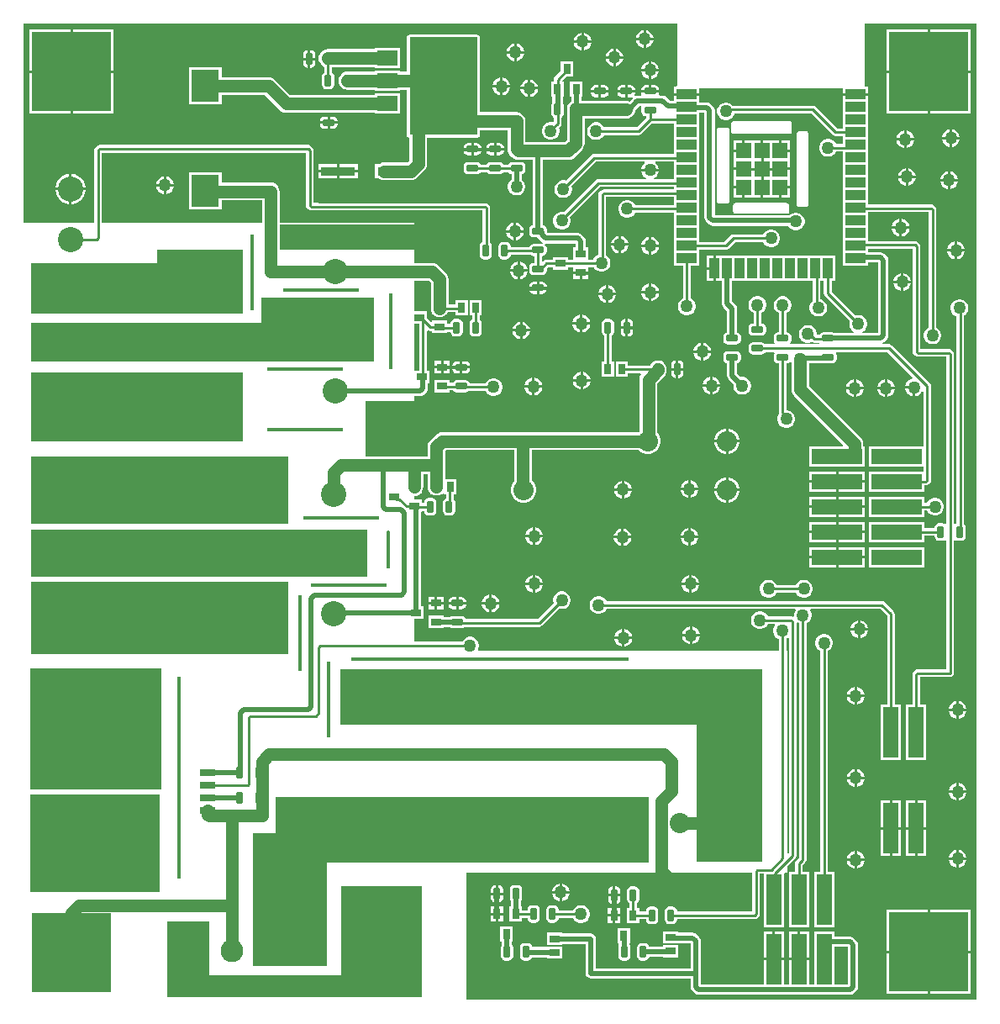
<source format=gtl>
G04*
G04 #@! TF.GenerationSoftware,Altium Limited,Altium Designer,21.0.8 (223)*
G04*
G04 Layer_Physical_Order=1*
G04 Layer_Color=255*
%FSLAX25Y25*%
%MOIN*%
G70*
G04*
G04 #@! TF.SameCoordinates,D13D4976-0AF9-4397-BE84-B4B6C9367268*
G04*
G04*
G04 #@! TF.FilePolarity,Positive*
G04*
G01*
G75*
%ADD10C,0.01000*%
%ADD19R,0.08000X0.03900*%
%ADD20R,0.03900X0.08000*%
%ADD21R,0.08000X0.04000*%
%ADD22R,0.05910X0.03030*%
%ADD23R,0.03000X0.04000*%
%ADD24R,0.04000X0.03000*%
%ADD25R,0.08000X0.06000*%
%ADD26R,0.08000X0.15000*%
%ADD27R,0.13583X0.03543*%
%ADD28R,0.04000X0.02854*%
%ADD29R,0.02854X0.04000*%
G04:AMPARAMS|DCode=30|XSize=27.56mil|YSize=49.21mil|CornerRadius=6.89mil|HoleSize=0mil|Usage=FLASHONLY|Rotation=0.000|XOffset=0mil|YOffset=0mil|HoleType=Round|Shape=RoundedRectangle|*
%AMROUNDEDRECTD30*
21,1,0.02756,0.03543,0,0,0.0*
21,1,0.01378,0.04921,0,0,0.0*
1,1,0.01378,0.00689,-0.01772*
1,1,0.01378,-0.00689,-0.01772*
1,1,0.01378,-0.00689,0.01772*
1,1,0.01378,0.00689,0.01772*
%
%ADD30ROUNDEDRECTD30*%
G04:AMPARAMS|DCode=31|XSize=27.56mil|YSize=49.21mil|CornerRadius=6.89mil|HoleSize=0mil|Usage=FLASHONLY|Rotation=90.000|XOffset=0mil|YOffset=0mil|HoleType=Round|Shape=RoundedRectangle|*
%AMROUNDEDRECTD31*
21,1,0.02756,0.03543,0,0,90.0*
21,1,0.01378,0.04921,0,0,90.0*
1,1,0.01378,0.01772,0.00689*
1,1,0.01378,0.01772,-0.00689*
1,1,0.01378,-0.01772,-0.00689*
1,1,0.01378,-0.01772,0.00689*
%
%ADD31ROUNDEDRECTD31*%
%ADD32R,0.10984X0.12598*%
%ADD35R,0.06000X0.06000*%
%ADD38R,0.31500X0.31500*%
%ADD41R,0.06000X0.20000*%
%ADD42R,0.20000X0.06000*%
%ADD44R,0.06000X0.20000*%
%ADD53C,0.05000*%
%ADD54C,0.05000*%
%ADD55C,0.02000*%
%ADD56C,0.02500*%
%ADD57R,1.00486X0.08500*%
%ADD58R,0.26014X0.71000*%
%ADD59R,1.47986X0.26100*%
%ADD60R,0.27000X0.38700*%
%ADD61R,0.52000X0.48000*%
%ADD62R,1.02000X0.29000*%
%ADD63R,1.02000X0.26500*%
%ADD64R,1.33500X0.18500*%
%ADD65R,0.51500X0.38500*%
%ADD66R,0.29486X0.52500*%
%ADD67R,0.31986X0.43900*%
%ADD68R,0.16500X0.30400*%
%ADD69R,1.67500X0.21900*%
%ADD70R,0.45000X0.25500*%
%ADD71R,1.36000X0.15500*%
%ADD72R,0.84000X0.27500*%
%ADD73R,0.34000X0.25500*%
%ADD74R,0.84000X0.20000*%
%ADD75C,0.11811*%
%ADD76R,0.11811X0.11811*%
%ADD77C,0.10000*%
%ADD78C,0.08000*%
%ADD79R,0.08000X0.08000*%
%ADD80R,0.10000X0.10000*%
%ADD81R,0.09055X0.09055*%
%ADD82C,0.09000*%
G04:AMPARAMS|DCode=83|XSize=800mil|YSize=15mil|CornerRadius=3.75mil|HoleSize=0mil|Usage=FLASHONLY|Rotation=90.000|XOffset=0mil|YOffset=0mil|HoleType=Round|Shape=RoundedRectangle|*
%AMROUNDEDRECTD83*
21,1,0.80000,0.00750,0,0,90.0*
21,1,0.79250,0.01500,0,0,90.0*
1,1,0.00750,0.00375,0.39625*
1,1,0.00750,0.00375,-0.39625*
1,1,0.00750,-0.00375,-0.39625*
1,1,0.00750,-0.00375,0.39625*
%
%ADD83ROUNDEDRECTD83*%
G04:AMPARAMS|DCode=84|XSize=300mil|YSize=15mil|CornerRadius=3.75mil|HoleSize=0mil|Usage=FLASHONLY|Rotation=180.000|XOffset=0mil|YOffset=0mil|HoleType=Round|Shape=RoundedRectangle|*
%AMROUNDEDRECTD84*
21,1,0.30000,0.00750,0,0,180.0*
21,1,0.29250,0.01500,0,0,180.0*
1,1,0.00750,-0.14625,0.00375*
1,1,0.00750,0.14625,0.00375*
1,1,0.00750,0.14625,-0.00375*
1,1,0.00750,-0.14625,-0.00375*
%
%ADD84ROUNDEDRECTD84*%
G04:AMPARAMS|DCode=85|XSize=1100mil|YSize=15mil|CornerRadius=3.75mil|HoleSize=0mil|Usage=FLASHONLY|Rotation=180.000|XOffset=0mil|YOffset=0mil|HoleType=Round|Shape=RoundedRectangle|*
%AMROUNDEDRECTD85*
21,1,1.10000,0.00750,0,0,180.0*
21,1,1.09250,0.01500,0,0,180.0*
1,1,0.00750,-0.54625,0.00375*
1,1,0.00750,0.54625,0.00375*
1,1,0.00750,0.54625,-0.00375*
1,1,0.00750,-0.54625,-0.00375*
%
%ADD85ROUNDEDRECTD85*%
G04:AMPARAMS|DCode=86|XSize=300mil|YSize=15mil|CornerRadius=3.75mil|HoleSize=0mil|Usage=FLASHONLY|Rotation=90.000|XOffset=0mil|YOffset=0mil|HoleType=Round|Shape=RoundedRectangle|*
%AMROUNDEDRECTD86*
21,1,0.30000,0.00750,0,0,90.0*
21,1,0.29250,0.01500,0,0,90.0*
1,1,0.00750,0.00375,0.14625*
1,1,0.00750,0.00375,-0.14625*
1,1,0.00750,-0.00375,-0.14625*
1,1,0.00750,-0.00375,0.14625*
%
%ADD86ROUNDEDRECTD86*%
G04:AMPARAMS|DCode=87|XSize=150mil|YSize=15mil|CornerRadius=3.75mil|HoleSize=0mil|Usage=FLASHONLY|Rotation=90.000|XOffset=0mil|YOffset=0mil|HoleType=Round|Shape=RoundedRectangle|*
%AMROUNDEDRECTD87*
21,1,0.15000,0.00750,0,0,90.0*
21,1,0.14250,0.01500,0,0,90.0*
1,1,0.00750,0.00375,0.07125*
1,1,0.00750,0.00375,-0.07125*
1,1,0.00750,-0.00375,-0.07125*
1,1,0.00750,-0.00375,0.07125*
%
%ADD87ROUNDEDRECTD87*%
G36*
X378929Y1071D02*
X176500D01*
Y51300D01*
X289971D01*
Y36029D01*
X260151D01*
Y36272D01*
X260020Y36931D01*
X259647Y37489D01*
X259088Y37863D01*
X258429Y37994D01*
X257051D01*
X256392Y37863D01*
X255834Y37489D01*
X255460Y36931D01*
X255329Y36272D01*
Y32728D01*
X255460Y32069D01*
X255834Y31511D01*
X256392Y31137D01*
X257051Y31006D01*
X258429D01*
X259088Y31137D01*
X259647Y31511D01*
X260020Y32069D01*
X260151Y32728D01*
Y32971D01*
X290914D01*
X291499Y33087D01*
X291996Y33419D01*
X292581Y34004D01*
X292913Y34501D01*
X293029Y35086D01*
Y50971D01*
X294500D01*
Y29800D01*
X302500D01*
Y50946D01*
X302854Y51300D01*
X304000Y51300D01*
X303900Y51400D01*
X303900Y51800D01*
Y53737D01*
X307081Y56919D01*
X307413Y57415D01*
X307529Y58000D01*
Y150414D01*
X307747Y150561D01*
X308029Y150654D01*
X308485Y150391D01*
Y57148D01*
X307419Y56081D01*
X307087Y55585D01*
X306971Y55000D01*
Y51800D01*
X304500D01*
Y29800D01*
X312500D01*
Y51800D01*
X310029D01*
Y54366D01*
X311053Y55390D01*
X311095Y55419D01*
X311427Y55915D01*
X311543Y56500D01*
Y150292D01*
X312249Y150699D01*
X312901Y151351D01*
X313362Y152149D01*
X313600Y153039D01*
Y153961D01*
X313362Y154851D01*
X313004Y155471D01*
X313241Y155971D01*
X340781D01*
X343471Y153281D01*
Y118000D01*
X341000D01*
Y96000D01*
X349000D01*
Y118000D01*
X346529D01*
Y153914D01*
X346413Y154499D01*
X346081Y154996D01*
X342496Y158581D01*
X342000Y158913D01*
X341414Y159029D01*
X232158Y159029D01*
X231801Y159649D01*
X231149Y160301D01*
X230351Y160761D01*
X229461Y161000D01*
X228539D01*
X227649Y160761D01*
X226851Y160301D01*
X226199Y159649D01*
X225739Y158851D01*
X225500Y157961D01*
Y157039D01*
X225739Y156149D01*
X226199Y155351D01*
X226851Y154699D01*
X227649Y154238D01*
X228539Y154000D01*
X229461D01*
X230351Y154238D01*
X231149Y154699D01*
X231801Y155351D01*
X232158Y155971D01*
X306960Y155971D01*
X307196Y155471D01*
X306838Y154851D01*
X306600Y153961D01*
Y153113D01*
X306413Y152949D01*
X306142Y152818D01*
X305999Y152913D01*
X305414Y153029D01*
X296159D01*
X295801Y153649D01*
X295149Y154301D01*
X294351Y154762D01*
X293461Y155000D01*
X292539D01*
X291649Y154762D01*
X290851Y154301D01*
X290199Y153649D01*
X289738Y152851D01*
X289500Y151961D01*
Y151039D01*
X289738Y150149D01*
X290199Y149351D01*
X290851Y148699D01*
X291649Y148239D01*
X292539Y148000D01*
X293461D01*
X294351Y148239D01*
X295149Y148699D01*
X295801Y149351D01*
X296159Y149971D01*
X298868D01*
X299059Y149509D01*
X299021Y149471D01*
X298560Y148672D01*
X298322Y147782D01*
Y146861D01*
X298560Y145971D01*
X299021Y145173D01*
X299673Y144521D01*
X300471Y144060D01*
Y139400D01*
X181401Y139400D01*
X181151Y139833D01*
X181276Y140049D01*
X181514Y140939D01*
Y141861D01*
X181276Y142751D01*
X180815Y143549D01*
X180163Y144201D01*
X179365Y144661D01*
X178475Y144900D01*
X177553D01*
X176663Y144661D01*
X175865Y144201D01*
X175213Y143549D01*
X174856Y142929D01*
X156000D01*
Y152000D01*
X159500D01*
Y157000D01*
X158553D01*
Y194250D01*
X159000D01*
Y194871D01*
X159849D01*
Y194728D01*
X159980Y194069D01*
X160353Y193511D01*
X160912Y193137D01*
X161571Y193006D01*
X162949D01*
X163608Y193137D01*
X164166Y193511D01*
X164540Y194069D01*
X164671Y194728D01*
Y198272D01*
X164540Y198931D01*
X164166Y199489D01*
X163608Y199863D01*
X162949Y199994D01*
X161571D01*
X160912Y199863D01*
X160353Y199489D01*
X159980Y198931D01*
X159849Y198272D01*
Y197929D01*
X159000D01*
Y199250D01*
X156000D01*
Y200720D01*
X156000Y200720D01*
X156914Y200840D01*
X157765Y201193D01*
X158491Y201750D01*
X159000D01*
Y202410D01*
X159057Y202485D01*
X159410Y203336D01*
X159530Y204250D01*
Y209470D01*
X161253D01*
Y204500D01*
X161374Y203586D01*
X161726Y202735D01*
X162287Y202004D01*
X162356Y201951D01*
Y201500D01*
X162944D01*
X163018Y201443D01*
X163870Y201090D01*
X164784Y200970D01*
X165697Y201090D01*
X166549Y201443D01*
X166623Y201500D01*
X167211D01*
Y201559D01*
X167289Y201615D01*
X167789Y201500D01*
Y201500D01*
X168463D01*
Y199877D01*
X168392Y199863D01*
X167833Y199489D01*
X167460Y198931D01*
X167329Y198272D01*
Y194728D01*
X167460Y194069D01*
X167833Y193511D01*
X168392Y193137D01*
X169051Y193006D01*
X170429D01*
X171088Y193137D01*
X171647Y193511D01*
X172020Y194069D01*
X172151Y194728D01*
Y198272D01*
X172020Y198931D01*
X171647Y199489D01*
X171522Y199573D01*
Y201500D01*
X172644D01*
Y207500D01*
X168314D01*
Y213000D01*
Y218802D01*
X168481Y218970D01*
X195470D01*
Y206462D01*
X195286Y206279D01*
X194628Y205139D01*
X194287Y203867D01*
Y202550D01*
X194628Y201279D01*
X195286Y200139D01*
X196217Y199208D01*
X197357Y198549D01*
X198629Y198209D01*
X199946D01*
X201217Y198549D01*
X202358Y199208D01*
X203288Y200139D01*
X203947Y201279D01*
X204287Y202550D01*
Y203867D01*
X203947Y205139D01*
X203288Y206279D01*
X202530Y207037D01*
Y218970D01*
X244959D01*
X245430Y218499D01*
X246570Y217841D01*
X247842Y217500D01*
X249158D01*
X250430Y217841D01*
X251570Y218499D01*
X252501Y219430D01*
X253159Y220570D01*
X253500Y221842D01*
Y223158D01*
X253159Y224430D01*
X252501Y225570D01*
X252371Y225700D01*
Y245426D01*
X255073Y248128D01*
X255634Y248860D01*
X255987Y249711D01*
X256107Y250625D01*
Y250900D01*
X255987Y251814D01*
X255634Y252665D01*
X255073Y253396D01*
X255042Y253420D01*
X255040Y253431D01*
X254666Y253989D01*
X254108Y254363D01*
X253449Y254494D01*
X252071D01*
X251412Y254363D01*
X250853Y253989D01*
X250839Y253969D01*
X250812Y253957D01*
X250081Y253396D01*
X249520Y252665D01*
X249445Y252485D01*
X249389Y252429D01*
X240644D01*
Y254000D01*
X235789D01*
Y248000D01*
X240644D01*
Y249371D01*
X245769D01*
X245990Y248922D01*
X245784Y248654D01*
X245431Y247802D01*
X245311Y246888D01*
Y226382D01*
X244959Y226030D01*
X167019D01*
X166105Y225910D01*
X165254Y225557D01*
X164523Y224996D01*
X162287Y222761D01*
X161726Y222029D01*
X161374Y221178D01*
X161253Y220264D01*
Y216530D01*
X136500D01*
Y238500D01*
X156000D01*
Y240261D01*
X158242D01*
X159023Y240416D01*
X159684Y240858D01*
X160856Y242030D01*
X160856Y242030D01*
X161298Y242691D01*
X161453Y243472D01*
Y245500D01*
X162000D01*
Y250500D01*
X160943D01*
Y266127D01*
X161443Y266394D01*
X161679Y266237D01*
X162264Y266121D01*
X163000D01*
Y265250D01*
X169000D01*
Y265871D01*
X170349D01*
Y265728D01*
X170480Y265069D01*
X170853Y264511D01*
X171412Y264137D01*
X172071Y264006D01*
X173449D01*
X174108Y264137D01*
X174667Y264511D01*
X175040Y265069D01*
X175171Y265728D01*
Y269272D01*
X175040Y269931D01*
X174667Y270489D01*
X174108Y270863D01*
X173449Y270994D01*
X172071D01*
X171412Y270863D01*
X170853Y270489D01*
X170480Y269931D01*
X170349Y269272D01*
Y268929D01*
X169000D01*
Y270250D01*
X163000D01*
Y269784D01*
X162500Y269577D01*
X161000Y271077D01*
Y274000D01*
X156000D01*
Y286110D01*
X161623D01*
X162484Y285249D01*
Y275150D01*
X162604Y274236D01*
X162957Y273385D01*
X163000Y273329D01*
Y272750D01*
X163444D01*
X163518Y272654D01*
X164249Y272093D01*
X165100Y271740D01*
X166014Y271620D01*
X166928Y271740D01*
X167779Y272093D01*
X168510Y272654D01*
X168584Y272750D01*
X169000D01*
Y273292D01*
X169071Y273385D01*
X169169Y273621D01*
X172356D01*
Y272500D01*
X177211D01*
Y278500D01*
X172356D01*
Y276679D01*
X169544D01*
Y286711D01*
X169424Y287625D01*
X169071Y288476D01*
X168510Y289207D01*
X165581Y292136D01*
X164850Y292697D01*
X163999Y293050D01*
X163085Y293170D01*
X156000D01*
Y298500D01*
X102544D01*
Y308400D01*
X156000Y308400D01*
Y309000D01*
X102544Y309000D01*
Y321534D01*
X102424Y322447D01*
X102071Y323299D01*
X101510Y324030D01*
X100779Y324591D01*
X99928Y324944D01*
X99014Y325064D01*
X79492D01*
Y328933D01*
X66508D01*
Y314335D01*
X79492D01*
Y318004D01*
X95484D01*
Y309000D01*
X32029Y309000D01*
Y336871D01*
X112971D01*
Y316086D01*
X113087Y315500D01*
X113419Y315004D01*
X114004Y314419D01*
X114500Y314087D01*
X115086Y313971D01*
X182971D01*
Y301374D01*
X182912Y301363D01*
X182353Y300989D01*
X181980Y300431D01*
X181849Y299772D01*
Y296228D01*
X181980Y295569D01*
X182353Y295011D01*
X182912Y294637D01*
X183571Y294506D01*
X184949D01*
X185608Y294637D01*
X186167Y295011D01*
X186540Y295569D01*
X186671Y296228D01*
Y299772D01*
X186540Y300431D01*
X186167Y300989D01*
X186029Y301081D01*
Y314914D01*
X185913Y315499D01*
X185581Y315996D01*
X184996Y316581D01*
X184500Y316913D01*
X183914Y317029D01*
X116029D01*
Y337814D01*
X115913Y338400D01*
X115581Y338896D01*
X114996Y339481D01*
X114499Y339813D01*
X113914Y339929D01*
X31086D01*
X30501Y339813D01*
X30004Y339481D01*
X29419Y338896D01*
X29087Y338400D01*
X28971Y337814D01*
Y309000D01*
X1071Y309000D01*
Y387929D01*
X260129D01*
Y380200D01*
Y372200D01*
Y363400D01*
X260129Y363400D01*
X259709Y362950D01*
X259000D01*
Y360500D01*
X269000D01*
Y362329D01*
X325929Y362329D01*
Y360500D01*
X335929D01*
Y362950D01*
X334891D01*
X334471Y363400D01*
Y387929D01*
X378929D01*
Y1071D01*
D02*
G37*
G36*
X157885Y250500D02*
X156000D01*
X156000Y251000D01*
Y269000D01*
X157885D01*
Y250500D01*
D02*
G37*
G36*
X304471Y144368D02*
Y59021D01*
X304400Y58974D01*
X303900Y59241D01*
X303900Y139400D01*
X303529D01*
Y144266D01*
X303971Y144521D01*
X304009Y144559D01*
X304471Y144368D01*
D02*
G37*
%LPC*%
G36*
X247800Y385490D02*
Y382500D01*
X250789D01*
X250561Y383351D01*
X250101Y384149D01*
X249449Y384801D01*
X248651Y385262D01*
X247800Y385490D01*
D02*
G37*
G36*
X246800D02*
X245949Y385262D01*
X245151Y384801D01*
X244499Y384149D01*
X244039Y383351D01*
X243811Y382500D01*
X246800D01*
Y385490D01*
D02*
G37*
G36*
X223200Y384389D02*
Y381400D01*
X226189D01*
X225961Y382251D01*
X225501Y383049D01*
X224849Y383701D01*
X224051Y384161D01*
X223200Y384389D01*
D02*
G37*
G36*
X222200D02*
X221349Y384161D01*
X220551Y383701D01*
X219899Y383049D01*
X219439Y382251D01*
X219211Y381400D01*
X222200D01*
Y384389D01*
D02*
G37*
G36*
X250789Y381500D02*
X247800D01*
Y378510D01*
X248651Y378738D01*
X249449Y379199D01*
X250101Y379851D01*
X250561Y380649D01*
X250789Y381500D01*
D02*
G37*
G36*
X246800D02*
X243811D01*
X244039Y380649D01*
X244499Y379851D01*
X245151Y379199D01*
X245949Y378738D01*
X246800Y378510D01*
Y381500D01*
D02*
G37*
G36*
X226189Y380400D02*
X223200D01*
Y377411D01*
X224051Y377639D01*
X224849Y378099D01*
X225501Y378751D01*
X225961Y379549D01*
X226189Y380400D01*
D02*
G37*
G36*
X222200D02*
X219211D01*
X219439Y379549D01*
X219899Y378751D01*
X220551Y378099D01*
X221349Y377639D01*
X222200Y377411D01*
Y380400D01*
D02*
G37*
G36*
X196500Y380189D02*
Y377200D01*
X199489D01*
X199261Y378051D01*
X198801Y378849D01*
X198149Y379501D01*
X197351Y379961D01*
X196500Y380189D01*
D02*
G37*
G36*
X195500D02*
X194649Y379961D01*
X193851Y379501D01*
X193199Y378849D01*
X192738Y378051D01*
X192510Y377200D01*
X195500D01*
Y380189D01*
D02*
G37*
G36*
X235800Y378189D02*
Y375200D01*
X238790D01*
X238562Y376051D01*
X238101Y376849D01*
X237449Y377501D01*
X236651Y377961D01*
X235800Y378189D01*
D02*
G37*
G36*
X234800D02*
X233949Y377961D01*
X233151Y377501D01*
X232499Y376849D01*
X232038Y376051D01*
X231810Y375200D01*
X234800D01*
Y378189D01*
D02*
G37*
G36*
X114949Y377494D02*
X114760D01*
Y374500D01*
X116671D01*
Y375772D01*
X116540Y376431D01*
X116166Y376989D01*
X115608Y377363D01*
X114949Y377494D01*
D02*
G37*
G36*
X113760D02*
X113571D01*
X112912Y377363D01*
X112353Y376989D01*
X111980Y376431D01*
X111849Y375772D01*
Y374500D01*
X113760D01*
Y377494D01*
D02*
G37*
G36*
X199489Y376200D02*
X196500D01*
Y373211D01*
X197351Y373439D01*
X198149Y373899D01*
X198801Y374551D01*
X199261Y375349D01*
X199489Y376200D01*
D02*
G37*
G36*
X195500D02*
X192510D01*
X192738Y375349D01*
X193199Y374551D01*
X193851Y373899D01*
X194649Y373439D01*
X195500Y373211D01*
Y376200D01*
D02*
G37*
G36*
X238790Y374200D02*
X235800D01*
Y371211D01*
X236651Y371439D01*
X237449Y371899D01*
X238101Y372551D01*
X238562Y373349D01*
X238790Y374200D01*
D02*
G37*
G36*
X234800D02*
X231810D01*
X232038Y373349D01*
X232499Y372551D01*
X233151Y371899D01*
X233949Y371439D01*
X234800Y371211D01*
Y374200D01*
D02*
G37*
G36*
X150250Y378560D02*
X140250D01*
Y377930D01*
X121514D01*
X120600Y377810D01*
X119749Y377457D01*
X119018Y376896D01*
X118457Y376165D01*
X118104Y375314D01*
X117984Y374400D01*
X118104Y373486D01*
X118457Y372635D01*
X119018Y371904D01*
X119467Y371559D01*
X119834Y371011D01*
X120245Y370736D01*
Y368751D01*
X119853Y368489D01*
X119480Y367931D01*
X119349Y367272D01*
Y363728D01*
X119480Y363069D01*
X119853Y362511D01*
X120412Y362137D01*
X121071Y362006D01*
X122449D01*
X123108Y362137D01*
X123667Y362511D01*
X124040Y363069D01*
X124171Y363728D01*
Y367272D01*
X124040Y367931D01*
X123667Y368489D01*
X123303Y368732D01*
Y370781D01*
X123436Y370870D01*
X140250D01*
Y370560D01*
X150250D01*
Y378560D01*
D02*
G37*
G36*
X116671Y373500D02*
X114760D01*
Y370506D01*
X114949D01*
X115608Y370637D01*
X116166Y371011D01*
X116540Y371569D01*
X116671Y372228D01*
Y373500D01*
D02*
G37*
G36*
X113760D02*
X111849D01*
Y372228D01*
X111980Y371569D01*
X112353Y371011D01*
X112912Y370637D01*
X113571Y370506D01*
X113760D01*
Y373500D01*
D02*
G37*
G36*
X250000Y373090D02*
Y370100D01*
X252990D01*
X252762Y370951D01*
X252301Y371749D01*
X251649Y372401D01*
X250851Y372862D01*
X250000Y373090D01*
D02*
G37*
G36*
X249000D02*
X248149Y372862D01*
X247351Y372401D01*
X246699Y371749D01*
X246238Y370951D01*
X246010Y370100D01*
X249000D01*
Y373090D01*
D02*
G37*
G36*
X376750Y385750D02*
X360500D01*
Y369500D01*
X376750D01*
Y385750D01*
D02*
G37*
G36*
X359500D02*
X343250D01*
Y369500D01*
X359500D01*
Y385750D01*
D02*
G37*
G36*
X36750D02*
X20500D01*
Y369500D01*
X36750D01*
Y385750D01*
D02*
G37*
G36*
X19500D02*
X3250D01*
Y369500D01*
X19500D01*
Y385750D01*
D02*
G37*
G36*
X181014Y383620D02*
X154014D01*
X153624Y383542D01*
X153293Y383321D01*
X153072Y382990D01*
X152995Y382600D01*
Y368930D01*
X150250D01*
Y369500D01*
X140250D01*
Y368930D01*
X130248D01*
X129929Y368994D01*
X128551D01*
X127892Y368863D01*
X127333Y368489D01*
X126960Y367931D01*
X126953Y367894D01*
X126394Y367165D01*
X126041Y366314D01*
X125921Y365400D01*
X126041Y364486D01*
X126394Y363635D01*
X126955Y362904D01*
X127193Y362721D01*
X127333Y362511D01*
X127892Y362137D01*
X128449Y362027D01*
X128537Y361990D01*
X129451Y361870D01*
X140250D01*
Y361500D01*
X150250D01*
Y361870D01*
X152995D01*
Y343900D01*
X153072Y343510D01*
X153293Y343179D01*
X153624Y342958D01*
X153984Y342886D01*
Y333891D01*
X153123Y333030D01*
X144000D01*
X143086Y332910D01*
X142235Y332557D01*
X141863Y332272D01*
X140429D01*
Y326728D01*
X141863D01*
X142235Y326443D01*
X143086Y326090D01*
X144000Y325970D01*
X154500D01*
X154543Y325975D01*
X154585Y325970D01*
X155499Y326090D01*
X156350Y326443D01*
X157081Y327004D01*
X160010Y329933D01*
X160571Y330664D01*
X160924Y331515D01*
X161044Y332429D01*
Y342880D01*
X181014D01*
X181404Y342958D01*
X181735Y343179D01*
X181956Y343510D01*
X182034Y343900D01*
Y345870D01*
X193047D01*
Y339133D01*
X193006Y338929D01*
Y338507D01*
X192984Y338337D01*
X193006Y338167D01*
Y337551D01*
X193137Y336892D01*
X193511Y336333D01*
X193776Y336156D01*
X194018Y335841D01*
X194755Y335104D01*
X195486Y334543D01*
X196337Y334190D01*
X197251Y334070D01*
X202975D01*
Y308101D01*
X202569Y308020D01*
X202011Y307647D01*
X201637Y307088D01*
X201506Y306429D01*
Y305051D01*
X201637Y304392D01*
X202011Y303834D01*
X202569Y303460D01*
X203228Y303329D01*
X204769D01*
X205033Y302935D01*
X206509Y301458D01*
X206989Y301137D01*
X206794Y300666D01*
X206772Y300671D01*
X203228D01*
X202569Y300540D01*
X202011Y300167D01*
X201637Y299608D01*
X201610Y299471D01*
X194151D01*
Y299772D01*
X194020Y300431D01*
X193647Y300989D01*
X193088Y301363D01*
X192429Y301494D01*
X191051D01*
X190392Y301363D01*
X189833Y300989D01*
X189460Y300431D01*
X189329Y299772D01*
Y296228D01*
X189460Y295569D01*
X189833Y295011D01*
X190392Y294637D01*
X191051Y294506D01*
X192429D01*
X193088Y294637D01*
X193647Y295011D01*
X194020Y295569D01*
X194151Y296228D01*
Y296412D01*
X201971D01*
X202011Y296353D01*
X202569Y295980D01*
X203228Y295849D01*
X203485D01*
Y293151D01*
X203228D01*
X202569Y293020D01*
X202011Y292647D01*
X201637Y292088D01*
X201506Y291429D01*
Y290051D01*
X201637Y289392D01*
X202011Y288833D01*
X202569Y288460D01*
X203228Y288329D01*
X206772D01*
X207431Y288460D01*
X207989Y288833D01*
X208363Y289392D01*
X208494Y290051D01*
Y290874D01*
X208990Y291371D01*
X211000D01*
Y290500D01*
X217000D01*
Y291371D01*
X219000D01*
Y289750D01*
X222000D01*
X225000D01*
Y291371D01*
X227218D01*
X227406Y291044D01*
X228058Y290392D01*
X228856Y289931D01*
X229746Y289693D01*
X230668D01*
X231558Y289931D01*
X232356Y290392D01*
X233008Y291044D01*
X233469Y291842D01*
X233707Y292732D01*
Y293654D01*
X233469Y294544D01*
X233008Y295342D01*
X232356Y295994D01*
X232029Y296182D01*
Y319271D01*
X259000D01*
Y316129D01*
X243572D01*
X243215Y316749D01*
X242563Y317401D01*
X241765Y317862D01*
X240875Y318100D01*
X239953D01*
X239063Y317862D01*
X238265Y317401D01*
X237613Y316749D01*
X237153Y315951D01*
X236914Y315061D01*
Y314139D01*
X237153Y313249D01*
X237613Y312451D01*
X238265Y311799D01*
X239063Y311338D01*
X239953Y311100D01*
X240875D01*
X241765Y311338D01*
X242563Y311799D01*
X243215Y312451D01*
X243572Y313071D01*
X259000D01*
Y307050D01*
Y302050D01*
Y297050D01*
Y292050D01*
X262471D01*
Y279158D01*
X261851Y278801D01*
X261199Y278149D01*
X260738Y277351D01*
X260500Y276461D01*
Y275539D01*
X260738Y274649D01*
X261199Y273851D01*
X261851Y273199D01*
X262649Y272739D01*
X263539Y272500D01*
X264461D01*
X265351Y272739D01*
X266149Y273199D01*
X266801Y273851D01*
X267262Y274649D01*
X267500Y275539D01*
Y276461D01*
X267262Y277351D01*
X266801Y278149D01*
X266149Y278801D01*
X265529Y279158D01*
Y292050D01*
X269000D01*
Y297050D01*
Y298371D01*
X279514D01*
X280099Y298487D01*
X280595Y298819D01*
X283148Y301371D01*
X294356D01*
X294713Y300751D01*
X295365Y300099D01*
X296163Y299639D01*
X297053Y299400D01*
X297975D01*
X298865Y299639D01*
X299663Y300099D01*
X300315Y300751D01*
X300776Y301549D01*
X301014Y302439D01*
Y303361D01*
X300776Y304251D01*
X300315Y305049D01*
X299663Y305701D01*
X298865Y306161D01*
X297975Y306400D01*
X297053D01*
X296163Y306161D01*
X295365Y305701D01*
X294713Y305049D01*
X294356Y304429D01*
X282514D01*
X281929Y304313D01*
X281433Y303981D01*
X278881Y301429D01*
X269000D01*
Y307050D01*
Y312050D01*
Y317050D01*
Y322050D01*
Y327050D01*
Y332050D01*
Y337050D01*
Y342050D01*
Y347050D01*
Y352798D01*
X271061D01*
Y311072D01*
X271216Y310291D01*
X271658Y309630D01*
X272830Y308458D01*
X272830Y308458D01*
X273491Y308016D01*
X274272Y307861D01*
X304263D01*
X304499Y307451D01*
X305151Y306799D01*
X305949Y306339D01*
X306839Y306100D01*
X307761D01*
X308651Y306339D01*
X309449Y306799D01*
X310101Y307451D01*
X310561Y308249D01*
X310800Y309139D01*
Y310061D01*
X310561Y310951D01*
X310101Y311749D01*
X309449Y312401D01*
X308651Y312861D01*
X307761Y313100D01*
X306839D01*
X305949Y312861D01*
X305151Y312401D01*
X304689Y311939D01*
X275139D01*
Y353665D01*
X274984Y354446D01*
X274542Y355107D01*
X274542Y355107D01*
X273370Y356279D01*
X272709Y356721D01*
X271928Y356876D01*
X269000D01*
Y359500D01*
X259000D01*
Y357439D01*
X257359D01*
X255881Y358917D01*
X255220Y359359D01*
X254439Y359514D01*
X253166D01*
X252887Y360014D01*
X252994Y360551D01*
Y360740D01*
X249500D01*
X246006D01*
Y360551D01*
X246113Y360014D01*
X245834Y359514D01*
X244412D01*
X243631Y359359D01*
X243588Y359330D01*
X243228Y359690D01*
X243363Y359892D01*
X243494Y360551D01*
Y360740D01*
X240500D01*
Y358829D01*
X241772D01*
X242275Y358929D01*
X242522Y358469D01*
X241280Y357227D01*
X240928Y357373D01*
X240014Y357493D01*
X222341D01*
Y359000D01*
X222750D01*
Y365000D01*
X217750D01*
Y359000D01*
X218263D01*
Y357463D01*
X218249Y357457D01*
X217518Y356896D01*
X216957Y356165D01*
X216604Y355314D01*
X216484Y354400D01*
Y341991D01*
X215623Y341130D01*
X200107D01*
Y349400D01*
X199987Y350314D01*
X199634Y351165D01*
X199073Y351896D01*
X198342Y352457D01*
X197491Y352810D01*
X196577Y352930D01*
X182034D01*
Y382600D01*
X181956Y382990D01*
X181735Y383321D01*
X181404Y383542D01*
X181014Y383620D01*
D02*
G37*
G36*
X252990Y369100D02*
X250000D01*
Y366110D01*
X250851Y366338D01*
X251649Y366799D01*
X252301Y367451D01*
X252762Y368249D01*
X252990Y369100D01*
D02*
G37*
G36*
X249000D02*
X246010D01*
X246238Y368249D01*
X246699Y367451D01*
X247351Y366799D01*
X248149Y366338D01*
X249000Y366110D01*
Y369100D01*
D02*
G37*
G36*
X191000Y366589D02*
Y363600D01*
X193990D01*
X193762Y364451D01*
X193301Y365249D01*
X192649Y365901D01*
X191851Y366361D01*
X191000Y366589D01*
D02*
G37*
G36*
X190000D02*
X189149Y366361D01*
X188351Y365901D01*
X187699Y365249D01*
X187239Y364451D01*
X187011Y363600D01*
X190000D01*
Y366589D01*
D02*
G37*
G36*
X202100Y365890D02*
Y362900D01*
X205089D01*
X204861Y363751D01*
X204401Y364549D01*
X203749Y365201D01*
X202951Y365662D01*
X202100Y365890D01*
D02*
G37*
G36*
X201100D02*
X200249Y365662D01*
X199451Y365201D01*
X198799Y364549D01*
X198338Y363751D01*
X198110Y362900D01*
X201100D01*
Y365890D01*
D02*
G37*
G36*
X251272Y363651D02*
X250000D01*
Y361740D01*
X252994D01*
Y361929D01*
X252863Y362588D01*
X252489Y363147D01*
X251931Y363520D01*
X251272Y363651D01*
D02*
G37*
G36*
X231272D02*
X230000D01*
Y361740D01*
X232994D01*
Y361929D01*
X232863Y362588D01*
X232489Y363147D01*
X231931Y363520D01*
X231272Y363651D01*
D02*
G37*
G36*
X241772D02*
X240500D01*
Y361740D01*
X243494D01*
Y361929D01*
X243363Y362588D01*
X242989Y363147D01*
X242431Y363520D01*
X241772Y363651D01*
D02*
G37*
G36*
X239500D02*
X238228D01*
X237569Y363520D01*
X237011Y363147D01*
X236637Y362588D01*
X236506Y361929D01*
Y361740D01*
X239500D01*
Y363651D01*
D02*
G37*
G36*
X249000D02*
X247728D01*
X247069Y363520D01*
X246511Y363147D01*
X246137Y362588D01*
X246006Y361929D01*
Y361740D01*
X249000D01*
Y363651D01*
D02*
G37*
G36*
X229000D02*
X227728D01*
X227069Y363520D01*
X226511Y363147D01*
X226137Y362588D01*
X226006Y361929D01*
Y361740D01*
X229000D01*
Y363651D01*
D02*
G37*
G36*
X193990Y362600D02*
X191000D01*
Y359611D01*
X191851Y359839D01*
X192649Y360299D01*
X193301Y360951D01*
X193762Y361749D01*
X193990Y362600D01*
D02*
G37*
G36*
X190000D02*
X187011D01*
X187239Y361749D01*
X187699Y360951D01*
X188351Y360299D01*
X189149Y359839D01*
X190000Y359611D01*
Y362600D01*
D02*
G37*
G36*
X205089Y361900D02*
X202100D01*
Y358910D01*
X202951Y359138D01*
X203749Y359599D01*
X204401Y360251D01*
X204861Y361049D01*
X205089Y361900D01*
D02*
G37*
G36*
X201100D02*
X198110D01*
X198338Y361049D01*
X198799Y360251D01*
X199451Y359599D01*
X200249Y359138D01*
X201100Y358910D01*
Y361900D01*
D02*
G37*
G36*
X239500Y360740D02*
X236506D01*
Y360551D01*
X236637Y359892D01*
X237011Y359333D01*
X237569Y358960D01*
X238228Y358829D01*
X239500D01*
Y360740D01*
D02*
G37*
G36*
X232994D02*
X230000D01*
Y358829D01*
X231272D01*
X231931Y358960D01*
X232489Y359333D01*
X232863Y359892D01*
X232994Y360551D01*
Y360740D01*
D02*
G37*
G36*
X229000D02*
X226006D01*
Y360551D01*
X226137Y359892D01*
X226511Y359333D01*
X227069Y358960D01*
X227728Y358829D01*
X229000D01*
Y360740D01*
D02*
G37*
G36*
X79492Y370665D02*
X66508D01*
Y356067D01*
X79492D01*
Y359736D01*
X96686D01*
X102638Y353784D01*
X103369Y353223D01*
X104220Y352870D01*
X105134Y352750D01*
X140250D01*
Y352440D01*
X150250D01*
Y360440D01*
X140250D01*
Y359810D01*
X106596D01*
X100644Y365762D01*
X99913Y366323D01*
X99062Y366676D01*
X98148Y366796D01*
X79492D01*
Y370665D01*
D02*
G37*
G36*
X376750Y368500D02*
X360500D01*
Y352250D01*
X376750D01*
Y368500D01*
D02*
G37*
G36*
X359500D02*
X343250D01*
Y352250D01*
X359500D01*
Y368500D01*
D02*
G37*
G36*
X36750D02*
X20500D01*
Y352250D01*
X36750D01*
Y368500D01*
D02*
G37*
G36*
X19500D02*
X3250D01*
Y352250D01*
X19500D01*
Y368500D01*
D02*
G37*
G36*
X123772Y351171D02*
X122500D01*
Y349260D01*
X125494D01*
Y349449D01*
X125363Y350108D01*
X124989Y350666D01*
X124431Y351040D01*
X123772Y351171D01*
D02*
G37*
G36*
X121500D02*
X120228D01*
X119569Y351040D01*
X119011Y350666D01*
X118637Y350108D01*
X118506Y349449D01*
Y349260D01*
X121500D01*
Y351171D01*
D02*
G37*
G36*
X219000Y373000D02*
X214000D01*
Y369163D01*
X211769Y366931D01*
X211437Y366435D01*
X211321Y365850D01*
Y365000D01*
X210250D01*
Y359000D01*
X210773D01*
Y356869D01*
X210480Y356431D01*
X210349Y355772D01*
Y352228D01*
X210480Y351569D01*
X210853Y351011D01*
X211365Y350669D01*
Y349284D01*
X210901Y348909D01*
X210561Y349000D01*
X209639D01*
X208749Y348762D01*
X207951Y348301D01*
X207299Y347649D01*
X206838Y346851D01*
X206600Y345961D01*
Y345039D01*
X206838Y344149D01*
X207299Y343351D01*
X207951Y342699D01*
X208749Y342238D01*
X209639Y342000D01*
X210561D01*
X211451Y342238D01*
X212249Y342699D01*
X212901Y343351D01*
X213362Y344149D01*
X213600Y345039D01*
Y345961D01*
X213400Y346706D01*
X213975Y347281D01*
X214307Y347778D01*
X214423Y348363D01*
Y350848D01*
X214667Y351011D01*
X215040Y351569D01*
X215171Y352228D01*
Y355772D01*
X215040Y356431D01*
X214851Y356713D01*
Y359000D01*
X215250D01*
Y365000D01*
X214870D01*
X214663Y365500D01*
X216163Y367000D01*
X219000D01*
Y373000D01*
D02*
G37*
G36*
X335929Y359500D02*
X325929D01*
Y357050D01*
Y352050D01*
Y346529D01*
X323634D01*
X315181Y354981D01*
X314685Y355313D01*
X314100Y355429D01*
X282412D01*
X282401Y355449D01*
X281749Y356101D01*
X280951Y356561D01*
X280061Y356800D01*
X279139D01*
X278249Y356561D01*
X277451Y356101D01*
X276799Y355449D01*
X276339Y354651D01*
X276100Y353761D01*
Y352839D01*
X276339Y351949D01*
X276799Y351151D01*
X277451Y350499D01*
X278249Y350039D01*
X279139Y349800D01*
X280061D01*
X280951Y350039D01*
X281749Y350499D01*
X282401Y351151D01*
X282861Y351949D01*
X282974Y352371D01*
X313467D01*
X321919Y343919D01*
X322415Y343587D01*
X323000Y343471D01*
X325929D01*
Y340329D01*
X323258D01*
X322901Y340949D01*
X322249Y341601D01*
X321451Y342061D01*
X320561Y342300D01*
X319639D01*
X318749Y342061D01*
X317951Y341601D01*
X317299Y340949D01*
X316839Y340151D01*
X316600Y339261D01*
Y338339D01*
X316839Y337449D01*
X317299Y336651D01*
X317951Y335999D01*
X318749Y335539D01*
X319639Y335300D01*
X320561D01*
X321451Y335539D01*
X322249Y335999D01*
X322901Y336651D01*
X323258Y337271D01*
X325929D01*
Y332050D01*
Y327050D01*
Y322050D01*
Y317050D01*
Y312050D01*
Y307050D01*
Y302129D01*
Y297050D01*
Y292050D01*
X335929D01*
Y293298D01*
X339975D01*
Y265376D01*
X333723D01*
X333589Y265876D01*
X334149Y266199D01*
X334801Y266851D01*
X335262Y267649D01*
X335500Y268539D01*
Y269461D01*
X335262Y270351D01*
X334801Y271149D01*
X334149Y271801D01*
X333351Y272262D01*
X332461Y272500D01*
X331539D01*
X330848Y272315D01*
X321494Y281669D01*
Y286063D01*
X322915D01*
Y296063D01*
X297915D01*
Y296100D01*
X292015D01*
Y296063D01*
X275465D01*
Y291063D01*
Y286063D01*
X277975D01*
Y276900D01*
X278130Y276120D01*
X278572Y275458D01*
X279975Y274055D01*
Y265601D01*
X279569Y265520D01*
X279011Y265147D01*
X278637Y264588D01*
X278506Y263929D01*
Y262551D01*
X278637Y261892D01*
X279011Y261333D01*
X279569Y260960D01*
X280228Y260829D01*
X283772D01*
X284431Y260960D01*
X284989Y261333D01*
X285363Y261892D01*
X285494Y262551D01*
Y263929D01*
X285363Y264588D01*
X284989Y265147D01*
X284431Y265520D01*
X284053Y265595D01*
Y274900D01*
X283898Y275680D01*
X283456Y276342D01*
X282053Y277745D01*
Y286063D01*
X292915D01*
Y286100D01*
X297015D01*
Y286063D01*
X313985D01*
Y278134D01*
X313399Y277549D01*
X312938Y276751D01*
X312700Y275861D01*
Y274939D01*
X312938Y274049D01*
X313399Y273251D01*
X314051Y272599D01*
X314849Y272139D01*
X315739Y271900D01*
X316661D01*
X317551Y272139D01*
X318349Y272599D01*
X319001Y273251D01*
X319461Y274049D01*
X319700Y274939D01*
Y275861D01*
X319461Y276751D01*
X319001Y277549D01*
X318349Y278201D01*
X317551Y278661D01*
X317043Y278798D01*
Y286063D01*
X318435D01*
Y281035D01*
X318552Y280450D01*
X318883Y279954D01*
X328685Y270152D01*
X328500Y269461D01*
Y268539D01*
X328738Y267649D01*
X329199Y266851D01*
X329851Y266199D01*
X330411Y265876D01*
X330277Y265376D01*
X322646D01*
X322431Y265520D01*
X321772Y265651D01*
X318228D01*
X317569Y265520D01*
X317011Y265147D01*
X316659Y264620D01*
X315500D01*
Y265461D01*
X315262Y266351D01*
X314801Y267149D01*
X314149Y267801D01*
X313351Y268262D01*
X312461Y268500D01*
X311539D01*
X310649Y268262D01*
X309851Y267801D01*
X309199Y267149D01*
X308738Y266351D01*
X308500Y265461D01*
Y264539D01*
X308738Y263649D01*
X309199Y262851D01*
X309851Y262199D01*
X310649Y261738D01*
X311539Y261500D01*
X312461D01*
X313351Y261738D01*
X313650Y261912D01*
X314001Y261678D01*
X314586Y261561D01*
X316464D01*
X316566Y261429D01*
X316321Y260929D01*
X305275D01*
X305166Y261084D01*
X305053Y261429D01*
X305363Y261892D01*
X305494Y262551D01*
Y263929D01*
X305363Y264588D01*
X304989Y265147D01*
X304431Y265520D01*
X303772Y265651D01*
X303543D01*
Y273241D01*
X304163Y273599D01*
X304815Y274251D01*
X305276Y275049D01*
X305514Y275939D01*
Y276861D01*
X305276Y277751D01*
X304815Y278549D01*
X304163Y279201D01*
X303365Y279661D01*
X302475Y279900D01*
X301553D01*
X300663Y279661D01*
X299865Y279201D01*
X299213Y278549D01*
X298753Y277751D01*
X298514Y276861D01*
Y275939D01*
X298753Y275049D01*
X299213Y274251D01*
X299865Y273599D01*
X300485Y273241D01*
Y265651D01*
X300228D01*
X299569Y265520D01*
X299011Y265147D01*
X298637Y264588D01*
X298506Y263929D01*
Y262551D01*
X298637Y261892D01*
X298947Y261429D01*
X298834Y261084D01*
X298725Y260929D01*
X295148D01*
X294989Y261167D01*
X294431Y261540D01*
X293772Y261671D01*
X290228D01*
X289569Y261540D01*
X289011Y261167D01*
X288637Y260608D01*
X288506Y259949D01*
Y258571D01*
X288637Y257912D01*
X289011Y257353D01*
X289569Y256980D01*
X290228Y256849D01*
X293772D01*
X294431Y256980D01*
X294989Y257353D01*
X295335Y257871D01*
X298546D01*
X298813Y257371D01*
X298637Y257108D01*
X298506Y256449D01*
Y255071D01*
X298637Y254412D01*
X299011Y253853D01*
X299569Y253480D01*
X300228Y253349D01*
X300471D01*
Y233896D01*
X300587Y233311D01*
X300612Y233274D01*
X300253Y232651D01*
X300014Y231761D01*
Y230839D01*
X300253Y229949D01*
X300713Y229151D01*
X301365Y228499D01*
X302163Y228039D01*
X303053Y227800D01*
X303975D01*
X304865Y228039D01*
X305663Y228499D01*
X306315Y229151D01*
X306776Y229949D01*
X307014Y230839D01*
Y231761D01*
X306776Y232651D01*
X306315Y233449D01*
X305663Y234101D01*
X304865Y234561D01*
X303975Y234800D01*
X303529D01*
Y253349D01*
X303772D01*
X304431Y253480D01*
X304970Y253840D01*
X305085Y253817D01*
X305470Y253672D01*
Y243000D01*
X305590Y242086D01*
X305943Y241235D01*
X306504Y240504D01*
X326046Y220962D01*
X325854Y220500D01*
X312700D01*
Y212500D01*
X334700D01*
Y220500D01*
X334030D01*
Y221500D01*
X333910Y222414D01*
X333557Y223265D01*
X332996Y223996D01*
X312530Y244462D01*
Y253343D01*
X319539D01*
X319570Y253349D01*
X321772D01*
X322431Y253480D01*
X322989Y253853D01*
X323363Y254412D01*
X323494Y255071D01*
Y256449D01*
X323363Y257108D01*
X323187Y257371D01*
X323454Y257871D01*
X343623D01*
X353726Y247768D01*
X353540Y247247D01*
X352849Y247061D01*
X352051Y246601D01*
X351399Y245949D01*
X350939Y245151D01*
X350711Y244300D01*
X354200D01*
Y243800D01*
X354700D01*
Y240311D01*
X355551Y240539D01*
X356349Y240999D01*
X357001Y241651D01*
X357356Y242267D01*
X357856Y242133D01*
Y220500D01*
X336300D01*
Y212500D01*
X357856D01*
Y210500D01*
X336300D01*
Y202500D01*
X358300D01*
Y204971D01*
X358800D01*
X359385Y205087D01*
X359881Y205419D01*
X360467Y206004D01*
X360799Y206501D01*
X360915Y207086D01*
Y244271D01*
X360799Y244856D01*
X360467Y245353D01*
X345338Y260481D01*
X344842Y260813D01*
X344257Y260929D01*
X341553D01*
X341504Y261429D01*
X341623Y261453D01*
X342284Y261895D01*
X343456Y263067D01*
X343456Y263067D01*
X343898Y263728D01*
X344053Y264509D01*
Y294165D01*
X343898Y294946D01*
X343456Y295607D01*
X343456Y295607D01*
X342284Y296779D01*
X341623Y297221D01*
X340843Y297376D01*
X335929D01*
Y298808D01*
X353671D01*
Y258086D01*
X353787Y257501D01*
X354119Y257004D01*
X354704Y256419D01*
X355201Y256087D01*
X355786Y255971D01*
X366985D01*
Y189845D01*
X366485Y189611D01*
X366108Y189863D01*
X365449Y189994D01*
X364071D01*
X363412Y189863D01*
X362853Y189489D01*
X362480Y188931D01*
X362349Y188272D01*
Y188029D01*
X358300D01*
Y190500D01*
X336300D01*
Y182500D01*
X358300D01*
Y184971D01*
X362349D01*
Y184728D01*
X362480Y184069D01*
X362853Y183511D01*
X363412Y183137D01*
X364071Y183006D01*
X365449D01*
X366108Y183137D01*
X366485Y183389D01*
X366985Y183155D01*
Y132029D01*
X355586D01*
X355000Y131913D01*
X354504Y131581D01*
X353919Y130996D01*
X353587Y130499D01*
X353471Y129914D01*
Y118000D01*
X351000D01*
Y96000D01*
X359000D01*
Y118000D01*
X356529D01*
Y128971D01*
X368514D01*
X369099Y129087D01*
X369596Y129419D01*
X369927Y129915D01*
X370043Y130500D01*
Y183113D01*
X370544Y183370D01*
X370892Y183137D01*
X371551Y183006D01*
X372929D01*
X373588Y183137D01*
X374147Y183511D01*
X374520Y184069D01*
X374651Y184728D01*
Y188272D01*
X374520Y188931D01*
X374147Y189489D01*
X374029Y189568D01*
Y272236D01*
X374399Y272449D01*
X375051Y273101D01*
X375512Y273899D01*
X375750Y274789D01*
Y275711D01*
X375512Y276601D01*
X375051Y277399D01*
X374399Y278051D01*
X373601Y278512D01*
X372711Y278750D01*
X371789D01*
X370899Y278512D01*
X370101Y278051D01*
X369449Y277399D01*
X368988Y276601D01*
X368750Y275711D01*
Y274789D01*
X368988Y273899D01*
X369449Y273101D01*
X370101Y272449D01*
X370899Y271989D01*
X370971Y271969D01*
Y189878D01*
X370892Y189863D01*
X370544Y189630D01*
X370043Y189887D01*
Y256914D01*
X369927Y257500D01*
X369596Y257996D01*
X369010Y258581D01*
X368514Y258913D01*
X367928Y259029D01*
X356729D01*
Y299751D01*
X356613Y300337D01*
X356281Y300833D01*
X355696Y301418D01*
X355200Y301750D01*
X354614Y301866D01*
X335929D01*
Y307050D01*
Y312050D01*
Y313308D01*
X359985D01*
Y267559D01*
X359365Y267201D01*
X358713Y266549D01*
X358253Y265751D01*
X358014Y264861D01*
Y263939D01*
X358253Y263049D01*
X358713Y262251D01*
X359365Y261599D01*
X360163Y261139D01*
X361053Y260900D01*
X361975D01*
X362865Y261139D01*
X363663Y261599D01*
X364315Y262251D01*
X364776Y263049D01*
X365014Y263939D01*
Y264861D01*
X364776Y265751D01*
X364315Y266549D01*
X363663Y267201D01*
X363043Y267559D01*
Y314251D01*
X362927Y314837D01*
X362596Y315333D01*
X362010Y315918D01*
X361514Y316250D01*
X360928Y316366D01*
X335929D01*
Y322050D01*
Y327050D01*
Y332050D01*
Y337000D01*
Y342050D01*
Y347050D01*
Y352050D01*
Y357050D01*
Y359500D01*
D02*
G37*
G36*
X125494Y348260D02*
X122500D01*
Y346349D01*
X123772D01*
X124431Y346480D01*
X124989Y346853D01*
X125363Y347412D01*
X125494Y348071D01*
Y348260D01*
D02*
G37*
G36*
X121500D02*
X118506D01*
Y348071D01*
X118637Y347412D01*
X119011Y346853D01*
X119569Y346480D01*
X120228Y346349D01*
X121500D01*
Y348260D01*
D02*
G37*
G36*
X304750Y349320D02*
X282650D01*
X282260Y349242D01*
X281929Y349021D01*
X281708Y348690D01*
X281630Y348300D01*
Y345400D01*
X281708Y345010D01*
X281929Y344679D01*
X282260Y344458D01*
X282650Y344380D01*
X304750D01*
X305140Y344458D01*
X305471Y344679D01*
X305692Y345010D01*
X305770Y345400D01*
Y348300D01*
X305692Y348690D01*
X305471Y349021D01*
X305140Y349242D01*
X304750Y349320D01*
D02*
G37*
G36*
X369300Y346189D02*
Y343200D01*
X372289D01*
X372061Y344051D01*
X371601Y344849D01*
X370949Y345501D01*
X370151Y345961D01*
X369300Y346189D01*
D02*
G37*
G36*
X368300D02*
X367449Y345961D01*
X366651Y345501D01*
X365999Y344849D01*
X365539Y344051D01*
X365311Y343200D01*
X368300D01*
Y346189D01*
D02*
G37*
G36*
X351200Y345690D02*
Y342700D01*
X354189D01*
X353961Y343551D01*
X353501Y344349D01*
X352849Y345001D01*
X352051Y345462D01*
X351200Y345690D01*
D02*
G37*
G36*
X350200D02*
X349349Y345462D01*
X348551Y345001D01*
X347899Y344349D01*
X347439Y343551D01*
X347211Y342700D01*
X350200D01*
Y345690D01*
D02*
G37*
G36*
X372289Y342200D02*
X369300D01*
Y339211D01*
X370151Y339439D01*
X370949Y339899D01*
X371601Y340551D01*
X372061Y341349D01*
X372289Y342200D01*
D02*
G37*
G36*
X368300D02*
X365311D01*
X365539Y341349D01*
X365999Y340551D01*
X366651Y339899D01*
X367449Y339439D01*
X368300Y339211D01*
Y342200D01*
D02*
G37*
G36*
X189772Y340651D02*
X188500D01*
Y338740D01*
X191494D01*
Y338929D01*
X191363Y339588D01*
X190989Y340147D01*
X190431Y340520D01*
X189772Y340651D01*
D02*
G37*
G36*
X180772D02*
X179500D01*
Y338740D01*
X182494D01*
Y338929D01*
X182363Y339588D01*
X181989Y340147D01*
X181431Y340520D01*
X180772Y340651D01*
D02*
G37*
G36*
X187500D02*
X186228D01*
X185569Y340520D01*
X185011Y340147D01*
X184637Y339588D01*
X184506Y338929D01*
Y338740D01*
X187500D01*
Y340651D01*
D02*
G37*
G36*
X178500D02*
X177228D01*
X176569Y340520D01*
X176011Y340147D01*
X175637Y339588D01*
X175506Y338929D01*
Y338740D01*
X178500D01*
Y340651D01*
D02*
G37*
G36*
X354189Y341700D02*
X351200D01*
Y338710D01*
X352051Y338938D01*
X352849Y339399D01*
X353501Y340051D01*
X353961Y340849D01*
X354189Y341700D01*
D02*
G37*
G36*
X350200D02*
X347211D01*
X347439Y340849D01*
X347899Y340051D01*
X348551Y339399D01*
X349349Y338938D01*
X350200Y338710D01*
Y341700D01*
D02*
G37*
G36*
X305100Y341600D02*
X301600D01*
Y338100D01*
X305100D01*
Y341600D01*
D02*
G37*
G36*
X286000D02*
X282500D01*
Y338100D01*
X286000D01*
Y341600D01*
D02*
G37*
G36*
X300600D02*
X294300D01*
Y337600D01*
X293300D01*
Y341600D01*
X287000D01*
Y337600D01*
X286500D01*
Y337100D01*
X282500D01*
Y333600D01*
Y330900D01*
X286500D01*
Y329900D01*
X282500D01*
Y326400D01*
Y323700D01*
X286500D01*
Y323200D01*
X287000D01*
Y319200D01*
X293300D01*
Y323200D01*
X294300D01*
Y319200D01*
X300600D01*
Y323200D01*
X301100D01*
Y323700D01*
X305100D01*
Y326400D01*
Y329900D01*
X301100D01*
Y330900D01*
X305100D01*
Y333600D01*
Y337100D01*
X301100D01*
Y337600D01*
X300600D01*
Y341600D01*
D02*
G37*
G36*
X191494Y337740D02*
X188500D01*
Y335829D01*
X189772D01*
X190431Y335960D01*
X190989Y336333D01*
X191363Y336892D01*
X191494Y337551D01*
Y337740D01*
D02*
G37*
G36*
X187500D02*
X184506D01*
Y337551D01*
X184637Y336892D01*
X185011Y336333D01*
X185569Y335960D01*
X186228Y335829D01*
X187500D01*
Y337740D01*
D02*
G37*
G36*
X182494D02*
X179500D01*
Y335829D01*
X180772D01*
X181431Y335960D01*
X181989Y336333D01*
X182363Y336892D01*
X182494Y337551D01*
Y337740D01*
D02*
G37*
G36*
X178500D02*
X175506D01*
Y337551D01*
X175637Y336892D01*
X176011Y336333D01*
X176569Y335960D01*
X177228Y335829D01*
X178500D01*
Y337740D01*
D02*
G37*
G36*
X198272Y333171D02*
X194728D01*
X194069Y333040D01*
X193511Y332666D01*
X193192Y332189D01*
X191308D01*
X190989Y332666D01*
X190431Y333040D01*
X189772Y333171D01*
X186228D01*
X185569Y333040D01*
X185011Y332666D01*
X184692Y332189D01*
X182308D01*
X181989Y332666D01*
X181431Y333040D01*
X180772Y333171D01*
X177228D01*
X176569Y333040D01*
X176011Y332666D01*
X175637Y332108D01*
X175506Y331449D01*
Y330071D01*
X175637Y329412D01*
X176011Y328853D01*
X176569Y328480D01*
X177228Y328349D01*
X180772D01*
X181431Y328480D01*
X181989Y328853D01*
X182175Y329131D01*
X184825D01*
X185011Y328853D01*
X185569Y328480D01*
X186228Y328349D01*
X189772D01*
X190431Y328480D01*
X190989Y328853D01*
X191175Y329131D01*
X193325D01*
X193511Y328853D01*
X194069Y328480D01*
X194475Y328399D01*
Y326264D01*
X194365Y326201D01*
X193713Y325549D01*
X193253Y324751D01*
X193014Y323861D01*
Y322939D01*
X193253Y322049D01*
X193713Y321251D01*
X194365Y320599D01*
X195163Y320139D01*
X196053Y319900D01*
X196975D01*
X197865Y320139D01*
X198663Y320599D01*
X199315Y321251D01*
X199776Y322049D01*
X200014Y322939D01*
Y323861D01*
X199776Y324751D01*
X199315Y325549D01*
X198663Y326201D01*
X198553Y326264D01*
Y328405D01*
X198931Y328480D01*
X199489Y328853D01*
X199863Y329412D01*
X199994Y330071D01*
Y331449D01*
X199863Y332108D01*
X199489Y332666D01*
X198931Y333040D01*
X198272Y333171D01*
D02*
G37*
G36*
X133571Y332272D02*
X126279D01*
Y330000D01*
X133571D01*
Y332272D01*
D02*
G37*
G36*
X125279D02*
X117988D01*
Y330000D01*
X125279D01*
Y332272D01*
D02*
G37*
G36*
X351800Y330789D02*
Y327800D01*
X354789D01*
X354561Y328651D01*
X354101Y329449D01*
X353449Y330101D01*
X352651Y330561D01*
X351800Y330789D01*
D02*
G37*
G36*
X350800D02*
X349949Y330561D01*
X349151Y330101D01*
X348499Y329449D01*
X348039Y328651D01*
X347811Y327800D01*
X350800D01*
Y330789D01*
D02*
G37*
G36*
X133571Y329000D02*
X126279D01*
Y326728D01*
X133571D01*
Y329000D01*
D02*
G37*
G36*
X125279D02*
X117988D01*
Y326728D01*
X125279D01*
Y329000D01*
D02*
G37*
G36*
X368600Y329489D02*
Y326500D01*
X371589D01*
X371361Y327351D01*
X370901Y328149D01*
X370249Y328801D01*
X369451Y329261D01*
X368600Y329489D01*
D02*
G37*
G36*
X367600D02*
X366749Y329261D01*
X365951Y328801D01*
X365299Y328149D01*
X364839Y327351D01*
X364611Y326500D01*
X367600D01*
Y329489D01*
D02*
G37*
G36*
X57500Y327489D02*
Y324500D01*
X60489D01*
X60261Y325351D01*
X59801Y326149D01*
X59149Y326801D01*
X58351Y327261D01*
X57500Y327489D01*
D02*
G37*
G36*
X56500D02*
X55649Y327261D01*
X54851Y326801D01*
X54199Y326149D01*
X53738Y325351D01*
X53510Y324500D01*
X56500D01*
Y327489D01*
D02*
G37*
G36*
X354789Y326800D02*
X351800D01*
Y323811D01*
X352651Y324039D01*
X353449Y324499D01*
X354101Y325151D01*
X354561Y325949D01*
X354789Y326800D01*
D02*
G37*
G36*
X350800D02*
X347811D01*
X348039Y325949D01*
X348499Y325151D01*
X349151Y324499D01*
X349949Y324039D01*
X350800Y323811D01*
Y326800D01*
D02*
G37*
G36*
X20191Y328500D02*
X20100D01*
Y323000D01*
X25600D01*
Y323091D01*
X25369Y324250D01*
X24917Y325342D01*
X24261Y326325D01*
X23425Y327161D01*
X22442Y327817D01*
X21350Y328269D01*
X20191Y328500D01*
D02*
G37*
G36*
X19100D02*
X19009D01*
X17850Y328269D01*
X16758Y327817D01*
X15775Y327161D01*
X14940Y326325D01*
X14283Y325342D01*
X13831Y324250D01*
X13600Y323091D01*
Y323000D01*
X19100D01*
Y328500D01*
D02*
G37*
G36*
X371589Y325500D02*
X368600D01*
Y322511D01*
X369451Y322739D01*
X370249Y323199D01*
X370901Y323851D01*
X371361Y324649D01*
X371589Y325500D01*
D02*
G37*
G36*
X367600D02*
X364611D01*
X364839Y324649D01*
X365299Y323851D01*
X365951Y323199D01*
X366749Y322739D01*
X367600Y322511D01*
Y325500D01*
D02*
G37*
G36*
X60489Y323500D02*
X57500D01*
Y320511D01*
X58351Y320739D01*
X59149Y321199D01*
X59801Y321851D01*
X60261Y322649D01*
X60489Y323500D01*
D02*
G37*
G36*
X56500D02*
X53510D01*
X53738Y322649D01*
X54199Y321851D01*
X54851Y321199D01*
X55649Y320739D01*
X56500Y320511D01*
Y323500D01*
D02*
G37*
G36*
X305100Y322700D02*
X301600D01*
Y319200D01*
X305100D01*
Y322700D01*
D02*
G37*
G36*
X286000D02*
X282500D01*
Y319200D01*
X286000D01*
Y322700D01*
D02*
G37*
G36*
X279900Y346870D02*
X276900D01*
X276510Y346792D01*
X276179Y346571D01*
X275958Y346240D01*
X275880Y345850D01*
Y317750D01*
X275958Y317360D01*
X276179Y317029D01*
X276510Y316808D01*
X276900Y316730D01*
X279900D01*
X280290Y316808D01*
X280621Y317029D01*
X280842Y317360D01*
X280920Y317750D01*
Y345850D01*
X280842Y346240D01*
X280621Y346571D01*
X280290Y346792D01*
X279900Y346870D01*
D02*
G37*
G36*
X25600Y322000D02*
X20100D01*
Y316500D01*
X20191D01*
X21350Y316731D01*
X22442Y317183D01*
X23425Y317840D01*
X24261Y318675D01*
X24917Y319658D01*
X25369Y320750D01*
X25600Y321909D01*
Y322000D01*
D02*
G37*
G36*
X19100D02*
X13600D01*
Y321909D01*
X13831Y320750D01*
X14283Y319658D01*
X14940Y318675D01*
X15775Y317840D01*
X16758Y317183D01*
X17850Y316731D01*
X19009Y316500D01*
X19100D01*
Y322000D01*
D02*
G37*
G36*
X308700Y345320D02*
X308310Y345242D01*
X307979Y345021D01*
X307758Y344690D01*
X307680Y344300D01*
X307680Y316300D01*
X307758Y315910D01*
X307979Y315579D01*
X308310Y315358D01*
X308700Y315280D01*
X311400Y315280D01*
X311790Y315358D01*
X312121Y315579D01*
X312342Y315910D01*
X312420Y316300D01*
X312420Y344300D01*
X312342Y344690D01*
X312121Y345021D01*
X311790Y345242D01*
X311400Y345320D01*
X308700Y345320D01*
D02*
G37*
G36*
X303550Y316920D02*
X283450D01*
X283060Y316842D01*
X282729Y316621D01*
X282508Y316290D01*
X282430Y315900D01*
Y313600D01*
X282508Y313210D01*
X282729Y312879D01*
X283060Y312658D01*
X283450Y312580D01*
X303550D01*
X303940Y312658D01*
X304271Y312879D01*
X304492Y313210D01*
X304570Y313600D01*
Y315900D01*
X304492Y316290D01*
X304271Y316621D01*
X303940Y316842D01*
X303550Y316920D01*
D02*
G37*
G36*
X349400Y310590D02*
Y307600D01*
X352390D01*
X352162Y308451D01*
X351701Y309249D01*
X351049Y309901D01*
X350251Y310362D01*
X349400Y310590D01*
D02*
G37*
G36*
X348400D02*
X347549Y310362D01*
X346751Y309901D01*
X346099Y309249D01*
X345638Y308451D01*
X345410Y307600D01*
X348400D01*
Y310590D01*
D02*
G37*
G36*
X196400Y309190D02*
Y306200D01*
X199390D01*
X199162Y307051D01*
X198701Y307849D01*
X198049Y308501D01*
X197251Y308962D01*
X196400Y309190D01*
D02*
G37*
G36*
X195400D02*
X194549Y308962D01*
X193751Y308501D01*
X193099Y307849D01*
X192639Y307051D01*
X192411Y306200D01*
X195400D01*
Y309190D01*
D02*
G37*
G36*
X352390Y306600D02*
X349400D01*
Y303610D01*
X350251Y303838D01*
X351049Y304299D01*
X351701Y304951D01*
X352162Y305749D01*
X352390Y306600D01*
D02*
G37*
G36*
X348400D02*
X345410D01*
X345638Y305749D01*
X346099Y304951D01*
X346751Y304299D01*
X347549Y303838D01*
X348400Y303610D01*
Y306600D01*
D02*
G37*
G36*
X199390Y305200D02*
X196400D01*
Y302210D01*
X197251Y302438D01*
X198049Y302899D01*
X198701Y303551D01*
X199162Y304349D01*
X199390Y305200D01*
D02*
G37*
G36*
X195400D02*
X192411D01*
X192639Y304349D01*
X193099Y303551D01*
X193751Y302899D01*
X194549Y302438D01*
X195400Y302210D01*
Y305200D01*
D02*
G37*
G36*
X237900Y303889D02*
Y300900D01*
X240890D01*
X240662Y301751D01*
X240201Y302549D01*
X239549Y303201D01*
X238751Y303661D01*
X237900Y303889D01*
D02*
G37*
G36*
X236900D02*
X236049Y303661D01*
X235251Y303201D01*
X234599Y302549D01*
X234138Y301751D01*
X233910Y300900D01*
X236900D01*
Y303889D01*
D02*
G37*
G36*
X250062Y303484D02*
Y300494D01*
X253052D01*
X252824Y301345D01*
X252363Y302143D01*
X251711Y302795D01*
X250913Y303256D01*
X250062Y303484D01*
D02*
G37*
G36*
X249062D02*
X248211Y303256D01*
X247413Y302795D01*
X246762Y302143D01*
X246301Y301345D01*
X246073Y300494D01*
X249062D01*
Y303484D01*
D02*
G37*
G36*
X371300Y301589D02*
Y298600D01*
X374289D01*
X374061Y299451D01*
X373601Y300249D01*
X372949Y300901D01*
X372151Y301361D01*
X371300Y301589D01*
D02*
G37*
G36*
X370300D02*
X369449Y301361D01*
X368651Y300901D01*
X367999Y300249D01*
X367538Y299451D01*
X367311Y298600D01*
X370300D01*
Y301589D01*
D02*
G37*
G36*
X240890Y299900D02*
X237900D01*
Y296911D01*
X238751Y297139D01*
X239549Y297599D01*
X240201Y298251D01*
X240662Y299049D01*
X240890Y299900D01*
D02*
G37*
G36*
X236900D02*
X233910D01*
X234138Y299049D01*
X234599Y298251D01*
X235251Y297599D01*
X236049Y297139D01*
X236900Y296911D01*
Y299900D01*
D02*
G37*
G36*
X253052Y299494D02*
X250062D01*
Y296505D01*
X250913Y296733D01*
X251711Y297194D01*
X252363Y297845D01*
X252824Y298643D01*
X253052Y299494D01*
D02*
G37*
G36*
X249062D02*
X246073D01*
X246301Y298643D01*
X246762Y297845D01*
X247413Y297194D01*
X248211Y296733D01*
X249062Y296505D01*
Y299494D01*
D02*
G37*
G36*
X374289Y297600D02*
X371300D01*
Y294611D01*
X372151Y294839D01*
X372949Y295299D01*
X373601Y295951D01*
X374061Y296749D01*
X374289Y297600D01*
D02*
G37*
G36*
X370300D02*
X367311D01*
X367538Y296749D01*
X367999Y295951D01*
X368651Y295299D01*
X369449Y294839D01*
X370300Y294611D01*
Y297600D01*
D02*
G37*
G36*
X274465Y296063D02*
X272015D01*
Y291563D01*
X274465D01*
Y296063D01*
D02*
G37*
G36*
X197900Y293589D02*
Y290600D01*
X200889D01*
X200661Y291451D01*
X200201Y292249D01*
X199549Y292901D01*
X198751Y293361D01*
X197900Y293589D01*
D02*
G37*
G36*
X196900D02*
X196049Y293361D01*
X195251Y292901D01*
X194599Y292249D01*
X194139Y291451D01*
X193911Y290600D01*
X196900D01*
Y293589D01*
D02*
G37*
G36*
X225000Y288750D02*
X222500D01*
Y286750D01*
X225000D01*
Y288750D01*
D02*
G37*
G36*
X221500D02*
X219000D01*
Y286750D01*
X221500D01*
Y288750D01*
D02*
G37*
G36*
X200889Y289600D02*
X197900D01*
Y286611D01*
X198751Y286839D01*
X199549Y287299D01*
X200201Y287951D01*
X200661Y288749D01*
X200889Y289600D01*
D02*
G37*
G36*
X196900D02*
X193911D01*
X194139Y288749D01*
X194599Y287951D01*
X195251Y287299D01*
X196049Y286839D01*
X196900Y286611D01*
Y289600D01*
D02*
G37*
G36*
X350000Y289089D02*
Y286100D01*
X352990D01*
X352762Y286951D01*
X352301Y287749D01*
X351649Y288401D01*
X350851Y288861D01*
X350000Y289089D01*
D02*
G37*
G36*
X349000D02*
X348149Y288861D01*
X347351Y288401D01*
X346699Y287749D01*
X346238Y286951D01*
X346010Y286100D01*
X349000D01*
Y289089D01*
D02*
G37*
G36*
X274465Y290563D02*
X272015D01*
Y286063D01*
X274465D01*
Y290563D01*
D02*
G37*
G36*
X206772Y285671D02*
X205500D01*
Y283760D01*
X208494D01*
Y283949D01*
X208363Y284608D01*
X207989Y285167D01*
X207431Y285540D01*
X206772Y285671D01*
D02*
G37*
G36*
X204500D02*
X203228D01*
X202569Y285540D01*
X202011Y285167D01*
X201637Y284608D01*
X201506Y283949D01*
Y283760D01*
X204500D01*
Y285671D01*
D02*
G37*
G36*
X352990Y285100D02*
X350000D01*
Y282111D01*
X350851Y282339D01*
X351649Y282799D01*
X352301Y283451D01*
X352762Y284249D01*
X352990Y285100D01*
D02*
G37*
G36*
X349000D02*
X346010D01*
X346238Y284249D01*
X346699Y283451D01*
X347351Y282799D01*
X348149Y282339D01*
X349000Y282111D01*
Y285100D01*
D02*
G37*
G36*
X250062Y284984D02*
Y281994D01*
X253052D01*
X252824Y282845D01*
X252363Y283643D01*
X251711Y284295D01*
X250913Y284756D01*
X250062Y284984D01*
D02*
G37*
G36*
X249062D02*
X248211Y284756D01*
X247413Y284295D01*
X246762Y283643D01*
X246301Y282845D01*
X246073Y281994D01*
X249062D01*
Y284984D01*
D02*
G37*
G36*
X233000Y284290D02*
Y281300D01*
X235989D01*
X235761Y282151D01*
X235301Y282949D01*
X234649Y283601D01*
X233851Y284062D01*
X233000Y284290D01*
D02*
G37*
G36*
X232000D02*
X231149Y284062D01*
X230351Y283601D01*
X229699Y282949D01*
X229239Y282151D01*
X229011Y281300D01*
X232000D01*
Y284290D01*
D02*
G37*
G36*
X208494Y282760D02*
X205500D01*
Y280849D01*
X206772D01*
X207431Y280980D01*
X207989Y281353D01*
X208363Y281912D01*
X208494Y282571D01*
Y282760D01*
D02*
G37*
G36*
X204500D02*
X201506D01*
Y282571D01*
X201637Y281912D01*
X202011Y281353D01*
X202569Y280980D01*
X203228Y280849D01*
X204500D01*
Y282760D01*
D02*
G37*
G36*
X253052Y280994D02*
X250062D01*
Y278005D01*
X250913Y278233D01*
X251711Y278694D01*
X252363Y279345D01*
X252824Y280143D01*
X253052Y280994D01*
D02*
G37*
G36*
X249062D02*
X246073D01*
X246301Y280143D01*
X246762Y279345D01*
X247413Y278694D01*
X248211Y278233D01*
X249062Y278005D01*
Y280994D01*
D02*
G37*
G36*
X235989Y280300D02*
X233000D01*
Y277310D01*
X233851Y277538D01*
X234649Y277999D01*
X235301Y278651D01*
X235761Y279449D01*
X235989Y280300D01*
D02*
G37*
G36*
X232000D02*
X229011D01*
X229239Y279449D01*
X229699Y278651D01*
X230351Y277999D01*
X231149Y277538D01*
X232000Y277310D01*
Y280300D01*
D02*
G37*
G36*
X222700Y272589D02*
Y269600D01*
X225690D01*
X225462Y270451D01*
X225001Y271249D01*
X224349Y271901D01*
X223551Y272361D01*
X222700Y272589D01*
D02*
G37*
G36*
X221700D02*
X220849Y272361D01*
X220051Y271901D01*
X219399Y271249D01*
X218938Y270451D01*
X218710Y269600D01*
X221700D01*
Y272589D01*
D02*
G37*
G36*
X240929Y270994D02*
X240740D01*
Y268000D01*
X242651D01*
Y269272D01*
X242520Y269931D01*
X242147Y270489D01*
X241588Y270863D01*
X240929Y270994D01*
D02*
G37*
G36*
X239740D02*
X239551D01*
X238892Y270863D01*
X238334Y270489D01*
X237960Y269931D01*
X237829Y269272D01*
Y268000D01*
X239740D01*
Y270994D01*
D02*
G37*
G36*
X198800Y269889D02*
Y266900D01*
X201789D01*
X201561Y267751D01*
X201101Y268549D01*
X200449Y269201D01*
X199651Y269661D01*
X198800Y269889D01*
D02*
G37*
G36*
X197800D02*
X196949Y269661D01*
X196151Y269201D01*
X195499Y268549D01*
X195038Y267751D01*
X194810Y266900D01*
X197800D01*
Y269889D01*
D02*
G37*
G36*
X225690Y268600D02*
X222700D01*
Y265611D01*
X223551Y265839D01*
X224349Y266299D01*
X225001Y266951D01*
X225462Y267749D01*
X225690Y268600D01*
D02*
G37*
G36*
X221700D02*
X218710D01*
X218938Y267749D01*
X219399Y266951D01*
X220051Y266299D01*
X220849Y265839D01*
X221700Y265611D01*
Y268600D01*
D02*
G37*
G36*
X292461Y280063D02*
X291539D01*
X290649Y279824D01*
X289851Y279364D01*
X289199Y278712D01*
X288738Y277914D01*
X288500Y277024D01*
Y276102D01*
X288738Y275212D01*
X289199Y274414D01*
X289851Y273762D01*
X290471Y273405D01*
Y269151D01*
X290228D01*
X289569Y269020D01*
X289011Y268647D01*
X288637Y268088D01*
X288506Y267429D01*
Y266051D01*
X288637Y265392D01*
X289011Y264833D01*
X289569Y264460D01*
X290228Y264329D01*
X293772D01*
X294431Y264460D01*
X294989Y264833D01*
X295363Y265392D01*
X295494Y266051D01*
Y267429D01*
X295363Y268088D01*
X294989Y268647D01*
X294431Y269020D01*
X293772Y269151D01*
X293529D01*
Y273405D01*
X294149Y273762D01*
X294801Y274414D01*
X295262Y275212D01*
X295500Y276102D01*
Y277024D01*
X295262Y277914D01*
X294801Y278712D01*
X294149Y279364D01*
X293351Y279824D01*
X292461Y280063D01*
D02*
G37*
G36*
X242651Y267000D02*
X240740D01*
Y264006D01*
X240929D01*
X241588Y264137D01*
X242147Y264511D01*
X242520Y265069D01*
X242651Y265728D01*
Y267000D01*
D02*
G37*
G36*
X239740D02*
X237829D01*
Y265728D01*
X237960Y265069D01*
X238334Y264511D01*
X238892Y264137D01*
X239551Y264006D01*
X239740D01*
Y267000D01*
D02*
G37*
G36*
X182644Y278500D02*
X177789D01*
Y272500D01*
X178886D01*
Y270859D01*
X178333Y270489D01*
X177960Y269931D01*
X177829Y269272D01*
Y265728D01*
X177960Y265069D01*
X178333Y264511D01*
X178892Y264137D01*
X179551Y264006D01*
X180929D01*
X181588Y264137D01*
X182147Y264511D01*
X182520Y265069D01*
X182651Y265728D01*
Y269272D01*
X182520Y269931D01*
X182147Y270489D01*
X181945Y270624D01*
Y272500D01*
X182644D01*
Y278500D01*
D02*
G37*
G36*
X201789Y265900D02*
X198800D01*
Y262911D01*
X199651Y263139D01*
X200449Y263599D01*
X201101Y264251D01*
X201561Y265049D01*
X201789Y265900D01*
D02*
G37*
G36*
X197800D02*
X194810D01*
X195038Y265049D01*
X195499Y264251D01*
X196151Y263599D01*
X196949Y263139D01*
X197800Y262911D01*
Y265900D01*
D02*
G37*
G36*
X270700Y261490D02*
Y258500D01*
X273690D01*
X273462Y259351D01*
X273001Y260149D01*
X272349Y260801D01*
X271551Y261262D01*
X270700Y261490D01*
D02*
G37*
G36*
X269700D02*
X268849Y261262D01*
X268051Y260801D01*
X267399Y260149D01*
X266938Y259351D01*
X266710Y258500D01*
X269700D01*
Y261490D01*
D02*
G37*
G36*
X273690Y257500D02*
X270700D01*
Y254510D01*
X271551Y254738D01*
X272349Y255199D01*
X273001Y255851D01*
X273462Y256649D01*
X273690Y257500D01*
D02*
G37*
G36*
X269700D02*
X266710D01*
X266938Y256649D01*
X267399Y255851D01*
X268051Y255199D01*
X268849Y254738D01*
X269700Y254510D01*
Y257500D01*
D02*
G37*
G36*
X170000Y254250D02*
X167500D01*
Y252250D01*
X170000D01*
Y254250D01*
D02*
G37*
G36*
X166500D02*
X164000D01*
Y252250D01*
X166500D01*
Y254250D01*
D02*
G37*
G36*
X176272Y254151D02*
X175000D01*
Y252240D01*
X177994D01*
Y252429D01*
X177863Y253088D01*
X177489Y253647D01*
X176931Y254020D01*
X176272Y254151D01*
D02*
G37*
G36*
X174000D02*
X172728D01*
X172069Y254020D01*
X171511Y253647D01*
X171137Y253088D01*
X171006Y252429D01*
Y252240D01*
X174000D01*
Y254151D01*
D02*
G37*
G36*
X260929Y254494D02*
X260740D01*
Y251500D01*
X262651D01*
Y252772D01*
X262520Y253431D01*
X262147Y253989D01*
X261588Y254363D01*
X260929Y254494D01*
D02*
G37*
G36*
X259740D02*
X259551D01*
X258892Y254363D01*
X258333Y253989D01*
X257960Y253431D01*
X257829Y252772D01*
Y251500D01*
X259740D01*
Y254494D01*
D02*
G37*
G36*
X177994Y251240D02*
X175000D01*
Y249329D01*
X176272D01*
X176931Y249460D01*
X177489Y249833D01*
X177863Y250392D01*
X177994Y251051D01*
Y251240D01*
D02*
G37*
G36*
X174000D02*
X171006D01*
Y251051D01*
X171137Y250392D01*
X171511Y249833D01*
X172069Y249460D01*
X172728Y249329D01*
X174000D01*
Y251240D01*
D02*
G37*
G36*
X170000Y251250D02*
X167500D01*
Y249250D01*
X170000D01*
Y251250D01*
D02*
G37*
G36*
X166500D02*
X164000D01*
Y249250D01*
X166500D01*
Y251250D01*
D02*
G37*
G36*
X233449Y270994D02*
X232071D01*
X231412Y270863D01*
X230853Y270489D01*
X230480Y269931D01*
X230349Y269272D01*
Y265728D01*
X230480Y265069D01*
X230853Y264511D01*
X231256Y264241D01*
Y254000D01*
X230356D01*
Y248000D01*
X235211D01*
Y254000D01*
X234315D01*
Y264276D01*
X234666Y264511D01*
X235040Y265069D01*
X235171Y265728D01*
Y269272D01*
X235040Y269931D01*
X234666Y270489D01*
X234108Y270863D01*
X233449Y270994D01*
D02*
G37*
G36*
X262651Y250500D02*
X260740D01*
Y247506D01*
X260929D01*
X261588Y247637D01*
X262147Y248011D01*
X262520Y248569D01*
X262651Y249228D01*
Y250500D01*
D02*
G37*
G36*
X259740D02*
X257829D01*
Y249228D01*
X257960Y248569D01*
X258333Y248011D01*
X258892Y247637D01*
X259551Y247506D01*
X259740D01*
Y250500D01*
D02*
G37*
G36*
X222800Y249990D02*
Y247000D01*
X225789D01*
X225561Y247851D01*
X225101Y248649D01*
X224449Y249301D01*
X223651Y249762D01*
X222800Y249990D01*
D02*
G37*
G36*
X221800D02*
X220949Y249762D01*
X220151Y249301D01*
X219499Y248649D01*
X219039Y247851D01*
X218811Y247000D01*
X221800D01*
Y249990D01*
D02*
G37*
G36*
X187875Y247400D02*
X186953D01*
X186063Y247162D01*
X185265Y246701D01*
X184613Y246049D01*
X184256Y245429D01*
X177898D01*
X177863Y245608D01*
X177489Y246166D01*
X176931Y246540D01*
X176272Y246671D01*
X172728D01*
X172069Y246540D01*
X171511Y246166D01*
X171185Y245679D01*
X170000D01*
Y246750D01*
X164000D01*
Y241750D01*
X170000D01*
Y242621D01*
X171332D01*
X171511Y242353D01*
X172069Y241980D01*
X172728Y241849D01*
X176272D01*
X176931Y241980D01*
X177489Y242353D01*
X177501Y242371D01*
X184256D01*
X184613Y241751D01*
X185265Y241099D01*
X186063Y240638D01*
X186953Y240400D01*
X187875D01*
X188765Y240638D01*
X189563Y241099D01*
X190215Y241751D01*
X190676Y242549D01*
X190914Y243439D01*
Y244361D01*
X190676Y245251D01*
X190215Y246049D01*
X189563Y246701D01*
X188765Y247162D01*
X187875Y247400D01*
D02*
G37*
G36*
X274300Y247990D02*
Y245000D01*
X277290D01*
X277062Y245851D01*
X276601Y246649D01*
X275949Y247301D01*
X275151Y247762D01*
X274300Y247990D01*
D02*
G37*
G36*
X273300D02*
X272449Y247762D01*
X271651Y247301D01*
X270999Y246649D01*
X270538Y245851D01*
X270310Y245000D01*
X273300D01*
Y247990D01*
D02*
G37*
G36*
X203700Y247589D02*
Y244600D01*
X206690D01*
X206462Y245451D01*
X206001Y246249D01*
X205349Y246901D01*
X204551Y247361D01*
X203700Y247589D01*
D02*
G37*
G36*
X202700D02*
X201849Y247361D01*
X201051Y246901D01*
X200399Y246249D01*
X199938Y245451D01*
X199711Y244600D01*
X202700D01*
Y247589D01*
D02*
G37*
G36*
X343600Y246989D02*
Y244000D01*
X346589D01*
X346361Y244851D01*
X345901Y245649D01*
X345249Y246301D01*
X344451Y246761D01*
X343600Y246989D01*
D02*
G37*
G36*
X342600D02*
X341749Y246761D01*
X340951Y246301D01*
X340299Y245649D01*
X339839Y244851D01*
X339611Y244000D01*
X342600D01*
Y246989D01*
D02*
G37*
G36*
X331200D02*
Y244000D01*
X334190D01*
X333962Y244851D01*
X333501Y245649D01*
X332849Y246301D01*
X332051Y246761D01*
X331200Y246989D01*
D02*
G37*
G36*
X330200D02*
X329349Y246761D01*
X328551Y246301D01*
X327899Y245649D01*
X327438Y244851D01*
X327210Y244000D01*
X330200D01*
Y246989D01*
D02*
G37*
G36*
X225789Y246000D02*
X222800D01*
Y243010D01*
X223651Y243238D01*
X224449Y243699D01*
X225101Y244351D01*
X225561Y245149D01*
X225789Y246000D01*
D02*
G37*
G36*
X221800D02*
X218811D01*
X219039Y245149D01*
X219499Y244351D01*
X220151Y243699D01*
X220949Y243238D01*
X221800Y243010D01*
Y246000D01*
D02*
G37*
G36*
X277290Y244000D02*
X274300D01*
Y241010D01*
X275151Y241238D01*
X275949Y241699D01*
X276601Y242351D01*
X277062Y243149D01*
X277290Y244000D01*
D02*
G37*
G36*
X273300D02*
X270310D01*
X270538Y243149D01*
X270999Y242351D01*
X271651Y241699D01*
X272449Y241238D01*
X273300Y241010D01*
Y244000D01*
D02*
G37*
G36*
X283772Y258171D02*
X280228D01*
X279569Y258040D01*
X279011Y257666D01*
X278637Y257108D01*
X278506Y256449D01*
Y255071D01*
X278637Y254412D01*
X279011Y253853D01*
X279569Y253480D01*
X279975Y253399D01*
Y248400D01*
X280130Y247620D01*
X280572Y246958D01*
X282547Y244983D01*
X282514Y244861D01*
Y243939D01*
X282753Y243049D01*
X283213Y242251D01*
X283865Y241599D01*
X284663Y241139D01*
X285553Y240900D01*
X286475D01*
X287365Y241139D01*
X288163Y241599D01*
X288815Y242251D01*
X289276Y243049D01*
X289514Y243939D01*
Y244861D01*
X289276Y245751D01*
X288815Y246549D01*
X288163Y247201D01*
X287365Y247661D01*
X286475Y247900D01*
X285553D01*
X285431Y247867D01*
X284053Y249245D01*
Y253405D01*
X284431Y253480D01*
X284989Y253853D01*
X285363Y254412D01*
X285494Y255071D01*
Y256449D01*
X285363Y257108D01*
X284989Y257666D01*
X284431Y258040D01*
X283772Y258171D01*
D02*
G37*
G36*
X206690Y243600D02*
X203700D01*
Y240611D01*
X204551Y240839D01*
X205349Y241299D01*
X206001Y241951D01*
X206462Y242749D01*
X206690Y243600D01*
D02*
G37*
G36*
X202700D02*
X199711D01*
X199938Y242749D01*
X200399Y241951D01*
X201051Y241299D01*
X201849Y240839D01*
X202700Y240611D01*
Y243600D01*
D02*
G37*
G36*
X353700Y243300D02*
X350711D01*
X350939Y242449D01*
X351399Y241651D01*
X352051Y240999D01*
X352849Y240539D01*
X353700Y240311D01*
Y243300D01*
D02*
G37*
G36*
X346589Y243000D02*
X343600D01*
Y240010D01*
X344451Y240238D01*
X345249Y240699D01*
X345901Y241351D01*
X346361Y242149D01*
X346589Y243000D01*
D02*
G37*
G36*
X342600D02*
X339611D01*
X339839Y242149D01*
X340299Y241351D01*
X340951Y240699D01*
X341749Y240238D01*
X342600Y240010D01*
Y243000D01*
D02*
G37*
G36*
X334190D02*
X331200D01*
Y240010D01*
X332051Y240238D01*
X332849Y240699D01*
X333501Y241351D01*
X333962Y242149D01*
X334190Y243000D01*
D02*
G37*
G36*
X330200D02*
X327210D01*
X327438Y242149D01*
X327899Y241351D01*
X328551Y240699D01*
X329349Y240238D01*
X330200Y240010D01*
Y243000D01*
D02*
G37*
G36*
X280654Y227500D02*
X280496D01*
Y223000D01*
X284996D01*
Y223158D01*
X284655Y224430D01*
X283997Y225570D01*
X283066Y226501D01*
X281926Y227159D01*
X280654Y227500D01*
D02*
G37*
G36*
X279496D02*
X279338D01*
X278066Y227159D01*
X276926Y226501D01*
X275995Y225570D01*
X275337Y224430D01*
X274996Y223158D01*
Y223000D01*
X279496D01*
Y227500D01*
D02*
G37*
G36*
X284996Y222000D02*
X280496D01*
Y217500D01*
X280654D01*
X281926Y217841D01*
X283066Y218499D01*
X283997Y219430D01*
X284655Y220570D01*
X284996Y221842D01*
Y222000D01*
D02*
G37*
G36*
X279496D02*
X274996D01*
Y221842D01*
X275337Y220570D01*
X275995Y219430D01*
X276926Y218499D01*
X278066Y217841D01*
X279338Y217500D01*
X279496D01*
Y222000D01*
D02*
G37*
G36*
X334700Y210500D02*
X324200D01*
Y207000D01*
X334700D01*
Y210500D01*
D02*
G37*
G36*
X323200D02*
X312700D01*
Y207000D01*
X323200D01*
Y210500D01*
D02*
G37*
G36*
X265600Y206990D02*
Y204000D01*
X268589D01*
X268361Y204851D01*
X267901Y205649D01*
X267249Y206301D01*
X266451Y206762D01*
X265600Y206990D01*
D02*
G37*
G36*
X264600D02*
X263749Y206762D01*
X262951Y206301D01*
X262299Y205649D01*
X261839Y204851D01*
X261611Y204000D01*
X264600D01*
Y206990D01*
D02*
G37*
G36*
X239200Y206789D02*
Y203800D01*
X242190D01*
X241962Y204651D01*
X241501Y205449D01*
X240849Y206101D01*
X240051Y206561D01*
X239200Y206789D01*
D02*
G37*
G36*
X238200D02*
X237349Y206561D01*
X236551Y206101D01*
X235899Y205449D01*
X235438Y204651D01*
X235210Y203800D01*
X238200D01*
Y206789D01*
D02*
G37*
G36*
X280654Y208209D02*
X280496D01*
Y203709D01*
X284996D01*
Y203867D01*
X284655Y205139D01*
X283997Y206279D01*
X283066Y207210D01*
X281926Y207868D01*
X280654Y208209D01*
D02*
G37*
G36*
X279496D02*
X279338D01*
X278066Y207868D01*
X276926Y207210D01*
X275995Y206279D01*
X275337Y205139D01*
X274996Y203867D01*
Y203709D01*
X279496D01*
Y208209D01*
D02*
G37*
G36*
X334700Y206000D02*
X324200D01*
Y202500D01*
X334700D01*
Y206000D01*
D02*
G37*
G36*
X323200D02*
X312700D01*
Y202500D01*
X323200D01*
Y206000D01*
D02*
G37*
G36*
X268589Y203000D02*
X265600D01*
Y200010D01*
X266451Y200238D01*
X267249Y200699D01*
X267901Y201351D01*
X268361Y202149D01*
X268589Y203000D01*
D02*
G37*
G36*
X264600D02*
X261611D01*
X261839Y202149D01*
X262299Y201351D01*
X262951Y200699D01*
X263749Y200238D01*
X264600Y200010D01*
Y203000D01*
D02*
G37*
G36*
X242190Y202800D02*
X239200D01*
Y199811D01*
X240051Y200039D01*
X240849Y200499D01*
X241501Y201151D01*
X241962Y201949D01*
X242190Y202800D01*
D02*
G37*
G36*
X238200D02*
X235210D01*
X235438Y201949D01*
X235899Y201151D01*
X236551Y200499D01*
X237349Y200039D01*
X238200Y199811D01*
Y202800D01*
D02*
G37*
G36*
X284996Y202709D02*
X280496D01*
Y198209D01*
X280654D01*
X281926Y198549D01*
X283066Y199208D01*
X283997Y200139D01*
X284655Y201279D01*
X284996Y202550D01*
Y202709D01*
D02*
G37*
G36*
X279496D02*
X274996D01*
Y202550D01*
X275337Y201279D01*
X275995Y200139D01*
X276926Y199208D01*
X278066Y198549D01*
X279338Y198209D01*
X279496D01*
Y202709D01*
D02*
G37*
G36*
X334700Y200500D02*
X324200D01*
Y197000D01*
X334700D01*
Y200500D01*
D02*
G37*
G36*
X323200D02*
X312700D01*
Y197000D01*
X323200D01*
Y200500D01*
D02*
G37*
G36*
X358300D02*
X336300D01*
Y192500D01*
X358300D01*
Y194971D01*
X359342D01*
X359699Y194351D01*
X360351Y193699D01*
X361149Y193238D01*
X362039Y193000D01*
X362961D01*
X363851Y193238D01*
X364649Y193699D01*
X365301Y194351D01*
X365761Y195149D01*
X366000Y196039D01*
Y196961D01*
X365761Y197851D01*
X365301Y198649D01*
X364649Y199301D01*
X363851Y199761D01*
X362961Y200000D01*
X362039D01*
X361149Y199761D01*
X360351Y199301D01*
X359699Y198649D01*
X359342Y198029D01*
X358300D01*
Y200500D01*
D02*
G37*
G36*
X334700Y196000D02*
X324200D01*
Y192500D01*
X334700D01*
Y196000D01*
D02*
G37*
G36*
X323200D02*
X312700D01*
Y192500D01*
X323200D01*
Y196000D01*
D02*
G37*
G36*
X334700Y190500D02*
X324200D01*
Y187000D01*
X334700D01*
Y190500D01*
D02*
G37*
G36*
X323200D02*
X312700D01*
Y187000D01*
X323200D01*
Y190500D01*
D02*
G37*
G36*
X204000Y188289D02*
Y185300D01*
X206990D01*
X206762Y186151D01*
X206301Y186949D01*
X205649Y187601D01*
X204851Y188061D01*
X204000Y188289D01*
D02*
G37*
G36*
X203000D02*
X202149Y188061D01*
X201351Y187601D01*
X200699Y186949D01*
X200238Y186151D01*
X200010Y185300D01*
X203000D01*
Y188289D01*
D02*
G37*
G36*
X265600Y188090D02*
Y185100D01*
X268589D01*
X268361Y185951D01*
X267901Y186749D01*
X267249Y187401D01*
X266451Y187862D01*
X265600Y188090D01*
D02*
G37*
G36*
X264600D02*
X263749Y187862D01*
X262951Y187401D01*
X262299Y186749D01*
X261839Y185951D01*
X261611Y185100D01*
X264600D01*
Y188090D01*
D02*
G37*
G36*
X239100Y187890D02*
Y184900D01*
X242090D01*
X241862Y185751D01*
X241401Y186549D01*
X240749Y187201D01*
X239951Y187662D01*
X239100Y187890D01*
D02*
G37*
G36*
X238100D02*
X237249Y187662D01*
X236451Y187201D01*
X235799Y186549D01*
X235338Y185751D01*
X235110Y184900D01*
X238100D01*
Y187890D01*
D02*
G37*
G36*
X334700Y186000D02*
X324200D01*
Y182500D01*
X334700D01*
Y186000D01*
D02*
G37*
G36*
X323200D02*
X312700D01*
Y182500D01*
X323200D01*
Y186000D01*
D02*
G37*
G36*
X206990Y184300D02*
X204000D01*
Y181310D01*
X204851Y181538D01*
X205649Y181999D01*
X206301Y182651D01*
X206762Y183449D01*
X206990Y184300D01*
D02*
G37*
G36*
X203000D02*
X200010D01*
X200238Y183449D01*
X200699Y182651D01*
X201351Y181999D01*
X202149Y181538D01*
X203000Y181310D01*
Y184300D01*
D02*
G37*
G36*
X268589Y184100D02*
X265600D01*
Y181111D01*
X266451Y181339D01*
X267249Y181799D01*
X267901Y182451D01*
X268361Y183249D01*
X268589Y184100D01*
D02*
G37*
G36*
X264600D02*
X261611D01*
X261839Y183249D01*
X262299Y182451D01*
X262951Y181799D01*
X263749Y181339D01*
X264600Y181111D01*
Y184100D01*
D02*
G37*
G36*
X242090Y183900D02*
X239100D01*
Y180911D01*
X239951Y181139D01*
X240749Y181599D01*
X241401Y182251D01*
X241862Y183049D01*
X242090Y183900D01*
D02*
G37*
G36*
X238100D02*
X235110D01*
X235338Y183049D01*
X235799Y182251D01*
X236451Y181599D01*
X237249Y181139D01*
X238100Y180911D01*
Y183900D01*
D02*
G37*
G36*
X334700Y180500D02*
X324200D01*
Y177000D01*
X334700D01*
Y180500D01*
D02*
G37*
G36*
X323200D02*
X312700D01*
Y177000D01*
X323200D01*
Y180500D01*
D02*
G37*
G36*
X358300D02*
X336300D01*
Y172500D01*
X358300D01*
Y180500D01*
D02*
G37*
G36*
X334700Y176000D02*
X324200D01*
Y172500D01*
X334700D01*
Y176000D01*
D02*
G37*
G36*
X323200D02*
X312700D01*
Y172500D01*
X323200D01*
Y176000D01*
D02*
G37*
G36*
X266000Y169389D02*
Y166400D01*
X268989D01*
X268761Y167251D01*
X268301Y168049D01*
X267649Y168701D01*
X266851Y169161D01*
X266000Y169389D01*
D02*
G37*
G36*
X265000D02*
X264149Y169161D01*
X263351Y168701D01*
X262699Y168049D01*
X262239Y167251D01*
X262011Y166400D01*
X265000D01*
Y169389D01*
D02*
G37*
G36*
X204000D02*
Y166400D01*
X206990D01*
X206762Y167251D01*
X206301Y168049D01*
X205649Y168701D01*
X204851Y169161D01*
X204000Y169389D01*
D02*
G37*
G36*
X203000D02*
X202149Y169161D01*
X201351Y168701D01*
X200699Y168049D01*
X200238Y167251D01*
X200010Y166400D01*
X203000D01*
Y169389D01*
D02*
G37*
G36*
X310961Y167500D02*
X310039D01*
X309149Y167262D01*
X308351Y166801D01*
X307699Y166149D01*
X307342Y165529D01*
X299673D01*
X299315Y166149D01*
X298663Y166801D01*
X297865Y167262D01*
X296975Y167500D01*
X296053D01*
X295163Y167262D01*
X294365Y166801D01*
X293713Y166149D01*
X293253Y165351D01*
X293014Y164461D01*
Y163539D01*
X293253Y162649D01*
X293713Y161851D01*
X294365Y161199D01*
X295163Y160739D01*
X296053Y160500D01*
X296975D01*
X297865Y160739D01*
X298663Y161199D01*
X299315Y161851D01*
X299673Y162471D01*
X307342D01*
X307699Y161851D01*
X308351Y161199D01*
X309149Y160739D01*
X310039Y160500D01*
X310961D01*
X311851Y160739D01*
X312649Y161199D01*
X313301Y161851D01*
X313761Y162649D01*
X314000Y163539D01*
Y164461D01*
X313761Y165351D01*
X313301Y166149D01*
X312649Y166801D01*
X311851Y167262D01*
X310961Y167500D01*
D02*
G37*
G36*
X268989Y165400D02*
X266000D01*
Y162410D01*
X266851Y162638D01*
X267649Y163099D01*
X268301Y163751D01*
X268761Y164549D01*
X268989Y165400D01*
D02*
G37*
G36*
X265000D02*
X262011D01*
X262239Y164549D01*
X262699Y163751D01*
X263351Y163099D01*
X264149Y162638D01*
X265000Y162410D01*
Y165400D01*
D02*
G37*
G36*
X206990D02*
X204000D01*
Y162410D01*
X204851Y162638D01*
X205649Y163099D01*
X206301Y163751D01*
X206762Y164549D01*
X206990Y165400D01*
D02*
G37*
G36*
X203000D02*
X200010D01*
X200238Y164549D01*
X200699Y163751D01*
X201351Y163099D01*
X202149Y162638D01*
X203000Y162410D01*
Y165400D01*
D02*
G37*
G36*
X167500Y160750D02*
X165000D01*
Y158750D01*
X167500D01*
Y160750D01*
D02*
G37*
G36*
X164000D02*
X161500D01*
Y158750D01*
X164000D01*
Y160750D01*
D02*
G37*
G36*
X174772Y160651D02*
X173500D01*
Y158740D01*
X176494D01*
Y158929D01*
X176363Y159588D01*
X175989Y160147D01*
X175431Y160520D01*
X174772Y160651D01*
D02*
G37*
G36*
X172500D02*
X171228D01*
X170569Y160520D01*
X170011Y160147D01*
X169637Y159588D01*
X169506Y158929D01*
Y158740D01*
X172500D01*
Y160651D01*
D02*
G37*
G36*
X186764Y161639D02*
Y158650D01*
X189754D01*
X189526Y159501D01*
X189065Y160299D01*
X188413Y160951D01*
X187615Y161411D01*
X186764Y161639D01*
D02*
G37*
G36*
X185764D02*
X184913Y161411D01*
X184115Y160951D01*
X183463Y160299D01*
X183003Y159501D01*
X182775Y158650D01*
X185764D01*
Y161639D01*
D02*
G37*
G36*
X214975Y162900D02*
X214053D01*
X213163Y162662D01*
X212365Y162201D01*
X211713Y161549D01*
X211253Y160751D01*
X211014Y159861D01*
Y158939D01*
X211199Y158248D01*
X204881Y151929D01*
X176398D01*
X176363Y152108D01*
X175989Y152666D01*
X175431Y153040D01*
X174772Y153171D01*
X171228D01*
X170569Y153040D01*
X170045Y152689D01*
X167500D01*
Y153250D01*
X161500D01*
Y148250D01*
X167500D01*
Y148611D01*
X170373D01*
X170569Y148480D01*
X171228Y148349D01*
X174772D01*
X175431Y148480D01*
X175989Y148853D01*
X176001Y148871D01*
X205514D01*
X206099Y148987D01*
X206595Y149319D01*
X213362Y156085D01*
X214053Y155900D01*
X214975D01*
X215865Y156139D01*
X216663Y156599D01*
X217315Y157251D01*
X217776Y158049D01*
X218014Y158939D01*
Y159861D01*
X217776Y160751D01*
X217315Y161549D01*
X216663Y162201D01*
X215865Y162662D01*
X214975Y162900D01*
D02*
G37*
G36*
X176494Y157740D02*
X173500D01*
Y155829D01*
X174772D01*
X175431Y155960D01*
X175989Y156333D01*
X176363Y156892D01*
X176494Y157551D01*
Y157740D01*
D02*
G37*
G36*
X172500D02*
X169506D01*
Y157551D01*
X169637Y156892D01*
X170011Y156333D01*
X170569Y155960D01*
X171228Y155829D01*
X172500D01*
Y157740D01*
D02*
G37*
G36*
X167500Y157750D02*
X165000D01*
Y155750D01*
X167500D01*
Y157750D01*
D02*
G37*
G36*
X164000D02*
X161500D01*
Y155750D01*
X164000D01*
Y157750D01*
D02*
G37*
G36*
X189754Y157650D02*
X186764D01*
Y154660D01*
X187615Y154888D01*
X188413Y155349D01*
X189065Y156001D01*
X189526Y156799D01*
X189754Y157650D01*
D02*
G37*
G36*
X185764D02*
X182775D01*
X183003Y156799D01*
X183463Y156001D01*
X184115Y155349D01*
X184913Y154888D01*
X185764Y154660D01*
Y157650D01*
D02*
G37*
G36*
X333014Y151390D02*
Y148400D01*
X336004D01*
X335776Y149251D01*
X335315Y150049D01*
X334663Y150701D01*
X333865Y151162D01*
X333014Y151390D01*
D02*
G37*
G36*
X332014D02*
X331163Y151162D01*
X330365Y150701D01*
X329713Y150049D01*
X329253Y149251D01*
X329025Y148400D01*
X332014D01*
Y151390D01*
D02*
G37*
G36*
X266200Y148989D02*
Y146000D01*
X269190D01*
X268962Y146851D01*
X268501Y147649D01*
X267849Y148301D01*
X267051Y148761D01*
X266200Y148989D01*
D02*
G37*
G36*
X265200D02*
X264349Y148761D01*
X263551Y148301D01*
X262899Y147649D01*
X262439Y146851D01*
X262210Y146000D01*
X265200D01*
Y148989D01*
D02*
G37*
G36*
X239400Y147989D02*
Y145000D01*
X242389D01*
X242161Y145851D01*
X241701Y146649D01*
X241049Y147301D01*
X240251Y147761D01*
X239400Y147989D01*
D02*
G37*
G36*
X238400D02*
X237549Y147761D01*
X236751Y147301D01*
X236099Y146649D01*
X235638Y145851D01*
X235410Y145000D01*
X238400D01*
Y147989D01*
D02*
G37*
G36*
X336004Y147400D02*
X333014D01*
Y144411D01*
X333865Y144639D01*
X334663Y145099D01*
X335315Y145751D01*
X335776Y146549D01*
X336004Y147400D01*
D02*
G37*
G36*
X332014D02*
X329025D01*
X329253Y146549D01*
X329713Y145751D01*
X330365Y145099D01*
X331163Y144639D01*
X332014Y144411D01*
Y147400D01*
D02*
G37*
G36*
X269190Y145000D02*
X266200D01*
Y142010D01*
X267051Y142238D01*
X267849Y142699D01*
X268501Y143351D01*
X268962Y144149D01*
X269190Y145000D01*
D02*
G37*
G36*
X265200D02*
X262210D01*
X262439Y144149D01*
X262899Y143351D01*
X263551Y142699D01*
X264349Y142238D01*
X265200Y142010D01*
Y145000D01*
D02*
G37*
G36*
X242389Y144000D02*
X239400D01*
Y141010D01*
X240251Y141238D01*
X241049Y141699D01*
X241701Y142351D01*
X242161Y143149D01*
X242389Y144000D01*
D02*
G37*
G36*
X238400D02*
X235410D01*
X235638Y143149D01*
X236099Y142351D01*
X236751Y141699D01*
X237549Y141238D01*
X238400Y141010D01*
Y144000D01*
D02*
G37*
G36*
X331500Y124989D02*
Y122000D01*
X334489D01*
X334261Y122851D01*
X333801Y123649D01*
X333149Y124301D01*
X332351Y124761D01*
X331500Y124989D01*
D02*
G37*
G36*
X330500D02*
X329649Y124761D01*
X328851Y124301D01*
X328199Y123649D01*
X327738Y122851D01*
X327510Y122000D01*
X330500D01*
Y124989D01*
D02*
G37*
G36*
X334489Y121000D02*
X331500D01*
Y118010D01*
X332351Y118238D01*
X333149Y118699D01*
X333801Y119351D01*
X334261Y120149D01*
X334489Y121000D01*
D02*
G37*
G36*
X330500D02*
X327510D01*
X327738Y120149D01*
X328199Y119351D01*
X328851Y118699D01*
X329649Y118238D01*
X330500Y118010D01*
Y121000D01*
D02*
G37*
G36*
X372000Y119490D02*
Y116500D01*
X374990D01*
X374762Y117351D01*
X374301Y118149D01*
X373649Y118801D01*
X372851Y119262D01*
X372000Y119490D01*
D02*
G37*
G36*
X371000D02*
X370149Y119262D01*
X369351Y118801D01*
X368699Y118149D01*
X368238Y117351D01*
X368010Y116500D01*
X371000D01*
Y119490D01*
D02*
G37*
G36*
X374990Y115500D02*
X372000D01*
Y112511D01*
X372851Y112739D01*
X373649Y113199D01*
X374301Y113851D01*
X374762Y114649D01*
X374990Y115500D01*
D02*
G37*
G36*
X371000D02*
X368010D01*
X368238Y114649D01*
X368699Y113851D01*
X369351Y113199D01*
X370149Y112739D01*
X371000Y112511D01*
Y115500D01*
D02*
G37*
G36*
X331500Y92489D02*
Y89500D01*
X334489D01*
X334261Y90351D01*
X333801Y91149D01*
X333149Y91801D01*
X332351Y92261D01*
X331500Y92489D01*
D02*
G37*
G36*
X330500D02*
X329649Y92261D01*
X328851Y91801D01*
X328199Y91149D01*
X327738Y90351D01*
X327510Y89500D01*
X330500D01*
Y92489D01*
D02*
G37*
G36*
X334489Y88500D02*
X331500D01*
Y85510D01*
X332351Y85738D01*
X333149Y86199D01*
X333801Y86851D01*
X334261Y87649D01*
X334489Y88500D01*
D02*
G37*
G36*
X330500D02*
X327510D01*
X327738Y87649D01*
X328199Y86851D01*
X328851Y86199D01*
X329649Y85738D01*
X330500Y85510D01*
Y88500D01*
D02*
G37*
G36*
X372000Y86989D02*
Y84000D01*
X374990D01*
X374762Y84851D01*
X374301Y85649D01*
X373649Y86301D01*
X372851Y86761D01*
X372000Y86989D01*
D02*
G37*
G36*
X371000D02*
X370149Y86761D01*
X369351Y86301D01*
X368699Y85649D01*
X368238Y84851D01*
X368010Y84000D01*
X371000D01*
Y86989D01*
D02*
G37*
G36*
X374990Y83000D02*
X372000D01*
Y80010D01*
X372851Y80238D01*
X373649Y80699D01*
X374301Y81351D01*
X374762Y82149D01*
X374990Y83000D01*
D02*
G37*
G36*
X371000D02*
X368010D01*
X368238Y82149D01*
X368699Y81351D01*
X369351Y80699D01*
X370149Y80238D01*
X371000Y80010D01*
Y83000D01*
D02*
G37*
G36*
X359000Y80000D02*
X355500D01*
Y69500D01*
X359000D01*
Y80000D01*
D02*
G37*
G36*
X349000D02*
X345500D01*
Y69500D01*
X349000D01*
Y80000D01*
D02*
G37*
G36*
X354500D02*
X351000D01*
Y69500D01*
X354500D01*
Y80000D01*
D02*
G37*
G36*
X344500D02*
X341000D01*
Y69500D01*
X344500D01*
Y80000D01*
D02*
G37*
G36*
X359000Y68500D02*
X355500D01*
Y58000D01*
X359000D01*
Y68500D01*
D02*
G37*
G36*
X354500D02*
X351000D01*
Y58000D01*
X354500D01*
Y68500D01*
D02*
G37*
G36*
X349000D02*
X345500D01*
Y58000D01*
X349000D01*
Y68500D01*
D02*
G37*
G36*
X344500D02*
X341000D01*
Y58000D01*
X344500D01*
Y68500D01*
D02*
G37*
G36*
X372000Y60489D02*
Y57500D01*
X374990D01*
X374762Y58351D01*
X374301Y59149D01*
X373649Y59801D01*
X372851Y60261D01*
X372000Y60489D01*
D02*
G37*
G36*
X371000D02*
X370149Y60261D01*
X369351Y59801D01*
X368699Y59149D01*
X368238Y58351D01*
X368010Y57500D01*
X371000D01*
Y60489D01*
D02*
G37*
G36*
X331500Y59990D02*
Y57000D01*
X334489D01*
X334261Y57851D01*
X333801Y58649D01*
X333149Y59301D01*
X332351Y59762D01*
X331500Y59990D01*
D02*
G37*
G36*
X330500D02*
X329649Y59762D01*
X328851Y59301D01*
X328199Y58649D01*
X327738Y57851D01*
X327510Y57000D01*
X330500D01*
Y59990D01*
D02*
G37*
G36*
X374990Y56500D02*
X372000D01*
Y53510D01*
X372851Y53738D01*
X373649Y54199D01*
X374301Y54851D01*
X374762Y55649D01*
X374990Y56500D01*
D02*
G37*
G36*
X371000D02*
X368010D01*
X368238Y55649D01*
X368699Y54851D01*
X369351Y54199D01*
X370149Y53738D01*
X371000Y53510D01*
Y56500D01*
D02*
G37*
G36*
X334489Y56000D02*
X331500D01*
Y53010D01*
X332351Y53238D01*
X333149Y53699D01*
X333801Y54351D01*
X334261Y55149D01*
X334489Y56000D01*
D02*
G37*
G36*
X330500D02*
X327510D01*
X327738Y55149D01*
X328199Y54351D01*
X328851Y53699D01*
X329649Y53238D01*
X330500Y53010D01*
Y56000D01*
D02*
G37*
G36*
X214600Y47089D02*
Y44100D01*
X217589D01*
X217361Y44951D01*
X216901Y45749D01*
X216249Y46401D01*
X215451Y46861D01*
X214600Y47089D01*
D02*
G37*
G36*
X213600D02*
X212749Y46861D01*
X211951Y46401D01*
X211299Y45749D01*
X210839Y44951D01*
X210611Y44100D01*
X213600D01*
Y47089D01*
D02*
G37*
G36*
X189449Y46494D02*
X189260D01*
Y43500D01*
X191171D01*
Y44772D01*
X191040Y45431D01*
X190666Y45989D01*
X190108Y46363D01*
X189449Y46494D01*
D02*
G37*
G36*
X188260D02*
X188071D01*
X187412Y46363D01*
X186853Y45989D01*
X186480Y45431D01*
X186349Y44772D01*
Y43500D01*
X188260D01*
Y46494D01*
D02*
G37*
G36*
X235949Y45994D02*
X235760D01*
Y43000D01*
X237671D01*
Y44272D01*
X237540Y44931D01*
X237167Y45489D01*
X236608Y45863D01*
X235949Y45994D01*
D02*
G37*
G36*
X234760D02*
X234571D01*
X233912Y45863D01*
X233353Y45489D01*
X232980Y44931D01*
X232849Y44272D01*
Y43000D01*
X234760D01*
Y45994D01*
D02*
G37*
G36*
X217589Y43100D02*
X214600D01*
Y40110D01*
X215451Y40339D01*
X216249Y40799D01*
X216901Y41451D01*
X217361Y42249D01*
X217589Y43100D01*
D02*
G37*
G36*
X213600D02*
X210611D01*
X210839Y42249D01*
X211299Y41451D01*
X211951Y40799D01*
X212749Y40339D01*
X213600Y40110D01*
Y43100D01*
D02*
G37*
G36*
X191171Y42500D02*
X189260D01*
Y39506D01*
X189449D01*
X190108Y39637D01*
X190666Y40011D01*
X191040Y40569D01*
X191171Y41228D01*
Y42500D01*
D02*
G37*
G36*
X188260D02*
X186349D01*
Y41228D01*
X186480Y40569D01*
X186853Y40011D01*
X187412Y39637D01*
X188071Y39506D01*
X188260D01*
Y42500D01*
D02*
G37*
G36*
X237671Y42000D02*
X235760D01*
Y39006D01*
X235949D01*
X236608Y39137D01*
X237167Y39511D01*
X237540Y40069D01*
X237671Y40728D01*
Y42000D01*
D02*
G37*
G36*
X234760D02*
X232849D01*
Y40728D01*
X232980Y40069D01*
X233353Y39511D01*
X233912Y39137D01*
X234571Y39006D01*
X234760D01*
Y42000D01*
D02*
G37*
G36*
X222461Y38500D02*
X221539D01*
X220649Y38262D01*
X219851Y37801D01*
X219199Y37149D01*
X218842Y36529D01*
X213151D01*
Y36772D01*
X213020Y37431D01*
X212647Y37989D01*
X212088Y38363D01*
X211429Y38494D01*
X210051D01*
X209392Y38363D01*
X208834Y37989D01*
X208460Y37431D01*
X208329Y36772D01*
Y33228D01*
X208460Y32569D01*
X208834Y32011D01*
X209392Y31637D01*
X210051Y31506D01*
X211429D01*
X212088Y31637D01*
X212647Y32011D01*
X213020Y32569D01*
X213151Y33228D01*
Y33471D01*
X218842D01*
X219199Y32851D01*
X219851Y32199D01*
X220649Y31738D01*
X221539Y31500D01*
X222461D01*
X223351Y31738D01*
X224149Y32199D01*
X224801Y32851D01*
X225261Y33649D01*
X225500Y34539D01*
Y35461D01*
X225261Y36351D01*
X224801Y37149D01*
X224149Y37801D01*
X223351Y38262D01*
X222461Y38500D01*
D02*
G37*
G36*
X191250Y38000D02*
X189250D01*
Y35500D01*
X191250D01*
Y38000D01*
D02*
G37*
G36*
X188250D02*
X186250D01*
Y35500D01*
X188250D01*
Y38000D01*
D02*
G37*
G36*
X237750Y37500D02*
X235750D01*
Y35000D01*
X237750D01*
Y37500D01*
D02*
G37*
G36*
X234750D02*
X232750D01*
Y35000D01*
X234750D01*
Y37500D01*
D02*
G37*
G36*
X191250Y34500D02*
X189250D01*
Y32000D01*
X191250D01*
Y34500D01*
D02*
G37*
G36*
X188250D02*
X186250D01*
Y32000D01*
X188250D01*
Y34500D01*
D02*
G37*
G36*
X196929Y46494D02*
X195551D01*
X194892Y46363D01*
X194334Y45989D01*
X193960Y45431D01*
X193829Y44772D01*
Y41228D01*
X193960Y40569D01*
X194334Y40011D01*
X194336Y40009D01*
Y38000D01*
X193750D01*
Y32000D01*
X198750D01*
Y33471D01*
X200849D01*
Y33228D01*
X200980Y32569D01*
X201353Y32011D01*
X201912Y31637D01*
X202571Y31506D01*
X203949D01*
X204608Y31637D01*
X205167Y32011D01*
X205540Y32569D01*
X205671Y33228D01*
Y36772D01*
X205540Y37431D01*
X205167Y37989D01*
X204608Y38363D01*
X203949Y38494D01*
X202571D01*
X201912Y38363D01*
X201353Y37989D01*
X200980Y37431D01*
X200849Y36772D01*
Y36529D01*
X198750D01*
Y38000D01*
X198414D01*
Y40411D01*
X198520Y40569D01*
X198651Y41228D01*
Y44772D01*
X198520Y45431D01*
X198147Y45989D01*
X197588Y46363D01*
X196929Y46494D01*
D02*
G37*
G36*
X237750Y34000D02*
X235750D01*
Y31500D01*
X237750D01*
Y34000D01*
D02*
G37*
G36*
X234750D02*
X232750D01*
Y31500D01*
X234750D01*
Y34000D01*
D02*
G37*
G36*
X243429Y45994D02*
X242051D01*
X241392Y45863D01*
X240833Y45489D01*
X240460Y44931D01*
X240329Y44272D01*
Y40728D01*
X240460Y40069D01*
X240833Y39511D01*
X241211Y39259D01*
Y37500D01*
X240250D01*
Y31500D01*
X245250D01*
Y32971D01*
X247849D01*
Y32728D01*
X247980Y32069D01*
X248353Y31511D01*
X248912Y31137D01*
X249571Y31006D01*
X250949D01*
X251608Y31137D01*
X252167Y31511D01*
X252540Y32069D01*
X252671Y32728D01*
Y36272D01*
X252540Y36931D01*
X252167Y37489D01*
X251608Y37863D01*
X250949Y37994D01*
X249571D01*
X248912Y37863D01*
X248353Y37489D01*
X247980Y36931D01*
X247849Y36272D01*
Y36029D01*
X245250D01*
Y37500D01*
X244269D01*
Y39259D01*
X244647Y39511D01*
X245020Y40069D01*
X245151Y40728D01*
Y44272D01*
X245020Y44931D01*
X244647Y45489D01*
X244088Y45863D01*
X243429Y45994D01*
D02*
G37*
G36*
X318961Y146000D02*
X318039D01*
X317149Y145762D01*
X316351Y145301D01*
X315699Y144649D01*
X315238Y143851D01*
X315000Y142961D01*
Y142039D01*
X315238Y141149D01*
X315699Y140351D01*
X316351Y139699D01*
X316971Y139341D01*
Y51800D01*
X314500D01*
Y29800D01*
X322500D01*
Y51800D01*
X320029D01*
Y139341D01*
X320649Y139699D01*
X321301Y140351D01*
X321761Y141149D01*
X322000Y142039D01*
Y142961D01*
X321761Y143851D01*
X321301Y144649D01*
X320649Y145301D01*
X319851Y145762D01*
X318961Y146000D01*
D02*
G37*
G36*
X376750Y36750D02*
X360500D01*
Y20500D01*
X376750D01*
Y36750D01*
D02*
G37*
G36*
X359500D02*
X343250D01*
Y20500D01*
X359500D01*
Y36750D01*
D02*
G37*
G36*
X247429Y23494D02*
X246051D01*
X245392Y23363D01*
X244833Y22989D01*
X244460Y22431D01*
X244329Y21772D01*
Y18228D01*
X244460Y17569D01*
X244833Y17011D01*
X245392Y16637D01*
X246051Y16506D01*
X247429D01*
X248088Y16637D01*
X248647Y17011D01*
X249020Y17569D01*
X249126Y18102D01*
X254500D01*
Y17856D01*
X260500D01*
Y22711D01*
X254500D01*
Y22181D01*
X249070D01*
X249020Y22431D01*
X248647Y22989D01*
X248088Y23363D01*
X247429Y23494D01*
D02*
G37*
G36*
X312500Y28200D02*
X309000D01*
Y17700D01*
X312500D01*
Y28200D01*
D02*
G37*
G36*
X308000D02*
X304500D01*
Y17700D01*
X308000D01*
Y28200D01*
D02*
G37*
G36*
X302500D02*
X299000D01*
Y17700D01*
X302500D01*
Y28200D01*
D02*
G37*
G36*
X298000D02*
X294500D01*
Y17700D01*
X298000D01*
Y28200D01*
D02*
G37*
G36*
X200929Y23494D02*
X199551D01*
X198892Y23363D01*
X198334Y22989D01*
X197960Y22431D01*
X197829Y21772D01*
Y18228D01*
X197960Y17569D01*
X198334Y17011D01*
X198892Y16637D01*
X199551Y16506D01*
X200929D01*
X201588Y16637D01*
X202147Y17011D01*
X202520Y17569D01*
X202576Y17853D01*
X208500D01*
Y17356D01*
X214500D01*
Y22211D01*
X208500D01*
Y21931D01*
X202620D01*
X202520Y22431D01*
X202147Y22989D01*
X201588Y23363D01*
X200929Y23494D01*
D02*
G37*
G36*
X241500Y29500D02*
X236500D01*
Y23500D01*
X237091D01*
Y22597D01*
X236980Y22431D01*
X236849Y21772D01*
Y18228D01*
X236980Y17569D01*
X237353Y17011D01*
X237912Y16637D01*
X238571Y16506D01*
X239949D01*
X240608Y16637D01*
X241166Y17011D01*
X241540Y17569D01*
X241671Y18228D01*
Y21772D01*
X241540Y22431D01*
X241169Y22986D01*
Y23500D01*
X241500D01*
Y29500D01*
D02*
G37*
G36*
X195000Y30000D02*
X190000D01*
Y24000D01*
X190591D01*
Y22597D01*
X190480Y22431D01*
X190349Y21772D01*
Y18228D01*
X190480Y17569D01*
X190853Y17011D01*
X191412Y16637D01*
X192071Y16506D01*
X193449D01*
X194108Y16637D01*
X194667Y17011D01*
X195040Y17569D01*
X195171Y18228D01*
Y21772D01*
X195040Y22431D01*
X194669Y22986D01*
Y24000D01*
X195000D01*
Y30000D01*
D02*
G37*
G36*
X322500Y28200D02*
X314500D01*
Y7039D01*
X312500D01*
Y16700D01*
X304500D01*
Y7039D01*
X302500D01*
Y16700D01*
X294500D01*
Y7039D01*
X269637D01*
Y11500D01*
Y24388D01*
X269481Y25168D01*
X269040Y25830D01*
X269039Y25830D01*
X267868Y27001D01*
X267206Y27444D01*
X266426Y27599D01*
X260500D01*
Y28144D01*
X254500D01*
Y23289D01*
X260500D01*
Y23520D01*
X265558D01*
Y13539D01*
X228039D01*
Y25216D01*
X227884Y25997D01*
X227442Y26658D01*
X226780Y27101D01*
X226000Y27256D01*
X214500D01*
Y27644D01*
X208500D01*
Y22789D01*
X214500D01*
Y23177D01*
X223961D01*
Y11500D01*
X224116Y10720D01*
X224558Y10058D01*
X225220Y9616D01*
X226000Y9461D01*
X265558D01*
Y6172D01*
X265714Y5391D01*
X266156Y4730D01*
X267327Y3558D01*
X267327Y3558D01*
X267989Y3116D01*
X268769Y2961D01*
X328828D01*
X329609Y3116D01*
X330270Y3558D01*
X331442Y4730D01*
X331442Y4730D01*
X331884Y5391D01*
X332039Y6172D01*
Y22828D01*
X331884Y23609D01*
X331442Y24270D01*
X331442Y24270D01*
X330270Y25442D01*
X329609Y25884D01*
X328828Y26039D01*
X322500D01*
Y28200D01*
D02*
G37*
G36*
X376750Y19500D02*
X360500D01*
Y3250D01*
X376750D01*
Y19500D01*
D02*
G37*
G36*
X359500D02*
X343250D01*
Y3250D01*
X359500D01*
Y19500D01*
D02*
G37*
%LPD*%
G36*
X246103Y354936D02*
X246006Y354449D01*
Y353071D01*
X246137Y352412D01*
X246511Y351853D01*
X247069Y351480D01*
X247728Y351349D01*
X247985D01*
Y350573D01*
X244341Y346929D01*
X231172D01*
X230815Y347549D01*
X230163Y348201D01*
X229365Y348661D01*
X228475Y348900D01*
X227553D01*
X226663Y348661D01*
X225865Y348201D01*
X225213Y347549D01*
X224753Y346751D01*
X224514Y345861D01*
Y344939D01*
X224753Y344049D01*
X225213Y343251D01*
X225865Y342599D01*
X226663Y342139D01*
X227553Y341900D01*
X228475D01*
X229365Y342139D01*
X230163Y342599D01*
X230815Y343251D01*
X231172Y343871D01*
X244975D01*
X245560Y343987D01*
X246056Y344319D01*
X250148Y348410D01*
X259000D01*
Y347050D01*
Y342050D01*
Y336366D01*
X227451D01*
X226866Y336250D01*
X226370Y335918D01*
X216166Y325715D01*
X215475Y325900D01*
X214553D01*
X213663Y325661D01*
X212865Y325201D01*
X212213Y324549D01*
X211753Y323751D01*
X211514Y322861D01*
Y321939D01*
X211753Y321049D01*
X212213Y320251D01*
X212865Y319599D01*
X213663Y319139D01*
X214553Y318900D01*
X215475D01*
X216365Y319139D01*
X217163Y319599D01*
X217815Y320251D01*
X218276Y321049D01*
X218514Y321939D01*
Y322861D01*
X218329Y323552D01*
X228085Y333308D01*
X247229D01*
X247363Y332808D01*
X247351Y332801D01*
X246699Y332149D01*
X246238Y331351D01*
X246010Y330500D01*
X252990D01*
X252762Y331351D01*
X252301Y332149D01*
X251649Y332801D01*
X251637Y332808D01*
X251771Y333308D01*
X259000D01*
Y332050D01*
Y326366D01*
X251206D01*
X251072Y326866D01*
X251649Y327199D01*
X252301Y327851D01*
X252762Y328649D01*
X252990Y329500D01*
X246010D01*
X246238Y328649D01*
X246699Y327851D01*
X247351Y327199D01*
X247928Y326866D01*
X247794Y326366D01*
X229009D01*
X228423Y326250D01*
X227927Y325918D01*
X215317Y313308D01*
X214975Y313400D01*
X214053D01*
X213163Y313161D01*
X212365Y312701D01*
X211713Y312049D01*
X211253Y311251D01*
X211014Y310361D01*
Y309439D01*
X211253Y308549D01*
X211713Y307751D01*
X212365Y307099D01*
X213163Y306639D01*
X214053Y306400D01*
X214975D01*
X215865Y306639D01*
X216663Y307099D01*
X217315Y307751D01*
X217776Y308549D01*
X218014Y309439D01*
Y310361D01*
X217776Y311251D01*
X217706Y311371D01*
X229642Y323308D01*
X259000D01*
Y322329D01*
X231086D01*
X230501Y322213D01*
X230004Y321881D01*
X229419Y321296D01*
X229087Y320799D01*
X228971Y320214D01*
Y296485D01*
X228856Y296454D01*
X228058Y295994D01*
X227406Y295342D01*
X226946Y294544D01*
X226915Y294429D01*
X225000D01*
Y299250D01*
X224053D01*
Y301728D01*
X223898Y302509D01*
X223456Y303170D01*
X223456Y303170D01*
X222284Y304342D01*
X221623Y304784D01*
X220843Y304939D01*
X208796D01*
X208514Y305221D01*
Y305262D01*
X208494Y305364D01*
Y306429D01*
X208363Y307088D01*
X207989Y307647D01*
X207431Y308020D01*
X207053Y308095D01*
Y334070D01*
X217085D01*
X217999Y334190D01*
X218850Y334543D01*
X219581Y335104D01*
X222510Y338033D01*
X223071Y338764D01*
X223424Y339615D01*
X223544Y340529D01*
Y350433D01*
X240014D01*
X240928Y350553D01*
X241779Y350906D01*
X242510Y351467D01*
X242615Y351603D01*
X242989Y351853D01*
X243363Y352412D01*
X243494Y353071D01*
Y353579D01*
X243508Y353687D01*
X245256Y355436D01*
X245801D01*
X246103Y354936D01*
D02*
G37*
G36*
X207951Y300861D02*
X207951Y300861D01*
X219975D01*
Y299250D01*
X219000D01*
Y294429D01*
X217000D01*
Y295500D01*
X211000D01*
Y294429D01*
X208357D01*
X207771Y294313D01*
X207275Y293981D01*
X207005Y293712D01*
X206543Y293903D01*
Y295849D01*
X206772D01*
X207431Y295980D01*
X207989Y296353D01*
X208363Y296912D01*
X208494Y297571D01*
Y298949D01*
X208363Y299608D01*
X207989Y300167D01*
X207612Y300418D01*
X207807Y300889D01*
X207951Y300861D01*
D02*
G37*
G36*
X327961Y7039D02*
X322500D01*
Y21961D01*
X327961D01*
Y7039D01*
D02*
G37*
D10*
X214514Y310343D02*
X229009Y324837D01*
X264050D01*
X215014Y322400D02*
X227451Y334837D01*
X264050D01*
X240414Y314600D02*
X263812D01*
X264050Y314837D01*
X214514Y309900D02*
Y310343D01*
X293800Y330400D02*
Y337600D01*
Y323200D02*
Y330400D01*
X301100D01*
X286500D02*
X293800D01*
X208357Y292900D02*
X229914D01*
X263652Y349939D02*
X264050Y350337D01*
X332000Y269000D02*
Y269000D01*
X264000Y276000D02*
Y294788D01*
X319965Y281035D02*
X332000Y269000D01*
X323000Y345000D02*
X330929D01*
X361514Y264400D02*
Y314251D01*
X282514Y302900D02*
X297514D01*
X330979Y314837D02*
X360928D01*
X319965Y281035D02*
Y291063D01*
X264050Y299837D02*
X264112Y299900D01*
X279600Y353300D02*
X280200Y353900D01*
X329729Y338800D02*
X330929Y340000D01*
X360928Y314837D02*
X361514Y314251D01*
X320100Y338800D02*
X329729D01*
X314100Y353900D02*
X323000Y345000D01*
X279514Y299900D02*
X282514Y302900D01*
X280200Y353900D02*
X314100D01*
X315514Y275400D02*
Y290400D01*
X315014Y290900D02*
X315514Y290400D01*
X264112Y299900D02*
X279514D01*
X264000Y294788D02*
X264050Y294837D01*
X312676Y265000D02*
X314586Y263091D01*
X312000Y265000D02*
X312676D01*
X292000Y259063D02*
X292337Y259400D01*
X344257D02*
X359386Y244271D01*
X292337Y259400D02*
X344257D01*
X314586Y263091D02*
X319654D01*
X320000Y263437D01*
X340500Y206500D02*
X358800D01*
X359386Y207086D01*
Y244271D01*
X292000Y267351D02*
Y276563D01*
X31086Y338400D02*
X113914D01*
X19600Y302500D02*
X29914D01*
X30500Y303086D02*
Y337814D01*
X31086Y338400D01*
X29914Y302500D02*
X30500Y303086D01*
X184077Y297900D02*
X184500Y298323D01*
X115086Y315500D02*
X183914D01*
X184500Y314914D01*
Y298323D02*
Y314914D01*
X185828Y317500D02*
X188014Y315314D01*
X118100Y317500D02*
X168914D01*
Y337554D01*
Y317500D02*
X185828D01*
X188014Y283423D02*
Y315314D01*
X113914Y338400D02*
X114500Y337814D01*
Y316086D02*
X115086Y315500D01*
X114500Y316086D02*
Y337814D01*
X117514Y318086D02*
Y322180D01*
Y318086D02*
X118100Y317500D01*
X238231Y250900D02*
X252577D01*
X174831Y275150D02*
X175081Y275400D01*
X166014Y275150D02*
X174831D01*
X345000Y103000D02*
Y153914D01*
X341414Y157500D02*
X345000Y153914D01*
X229000Y157500D02*
X341414Y157500D01*
X205014Y290837D02*
Y297963D01*
X230207Y293193D02*
X230500Y293486D01*
X229914Y292900D02*
X230207Y293193D01*
X222014Y289150D02*
X239428D01*
X240014Y267837D02*
Y288564D01*
X239428Y289150D02*
X240014Y288564D01*
X230500Y293486D02*
Y320214D01*
X231086Y320800D02*
X263700D01*
X230500Y320214D02*
X231086Y320800D01*
X167414Y251650D02*
X174664D01*
X116914Y113500D02*
X118000Y114586D01*
X90451Y112914D02*
X91037Y113500D01*
X90451Y86486D02*
Y112914D01*
X91037Y113500D02*
X116914D01*
X118000Y114586D02*
Y140814D01*
X118586Y141400D01*
X178014D01*
X355586Y130500D02*
X368514D01*
X355000Y103000D02*
Y129914D01*
X355586Y130500D01*
X318500Y34000D02*
Y142500D01*
X293000Y151500D02*
X305414D01*
X306000Y150914D01*
Y58000D02*
Y150914D01*
X301822Y147322D02*
X302000Y147143D01*
Y57000D02*
Y147143D01*
X214514Y159400D02*
X215279Y158635D01*
X205514Y150400D02*
X214514Y159400D01*
X299000Y51000D02*
X306000Y58000D01*
X297500Y52500D02*
X302000Y57000D01*
X292086Y52500D02*
X297500D01*
X291500Y35086D02*
Y51914D01*
X290914Y34500D02*
X291500Y35086D01*
X257937Y34500D02*
X290914D01*
X291500Y51914D02*
X292086Y52500D01*
X368514Y130500D02*
Y256914D01*
X310000Y56500D02*
X310014D01*
X308500Y55000D02*
X310000Y56500D01*
X308500Y34000D02*
Y55000D01*
X299000Y34500D02*
Y51000D01*
X298500Y34000D02*
X299000Y34500D01*
X298000Y43000D02*
Y49496D01*
X372250Y275250D02*
X372500Y275000D01*
Y186563D02*
Y275000D01*
X372437Y186500D02*
X372500Y186563D01*
X352500Y186500D02*
X364563D01*
X340500D02*
X352500D01*
X367928Y257500D02*
X368514Y256914D01*
X340500Y196500D02*
X362500D01*
X296514Y164000D02*
X310500D01*
X303514Y231300D02*
Y232382D01*
X302000Y233896D02*
X303514Y232382D01*
X302000Y233896D02*
Y255563D01*
X355200Y258086D02*
Y299751D01*
Y258086D02*
X355786Y257500D01*
X367928D01*
X330979Y300337D02*
X354614D01*
X355200Y299751D01*
X263700Y320800D02*
X264000Y320500D01*
X210100Y345569D02*
X212894Y348363D01*
Y353583D01*
X210100Y345500D02*
Y345569D01*
X212577Y353900D02*
X212894Y353583D01*
X310014Y153414D02*
X310100Y153500D01*
X310014Y56500D02*
Y153414D01*
X210937Y35000D02*
X222000D01*
X238986Y26100D02*
Y26600D01*
X200214Y19891D02*
X200423Y20100D01*
X192486Y26600D02*
Y27100D01*
X202963Y34986D02*
X203160Y34789D01*
X196250Y35000D02*
X203063D01*
X242750Y34500D02*
X249949D01*
X250160Y34289D01*
X242740Y34510D02*
X242750Y34500D01*
X242740Y42303D02*
X242937Y42500D01*
X242740Y34510D02*
Y42303D01*
X302014Y263337D02*
Y276400D01*
X292000Y267351D02*
X292514Y266837D01*
X274428Y267400D02*
X275014Y267986D01*
X259428Y267400D02*
X260014Y266814D01*
X240451Y267400D02*
X259428D01*
X260014Y251337D02*
Y266814D01*
X259428Y267400D02*
X274428D01*
X275014Y267986D02*
Y291400D01*
X249437Y361500D02*
X249500Y361563D01*
X188014Y330660D02*
X196817D01*
X121514Y374400D02*
X121774Y374140D01*
Y365597D02*
Y374140D01*
X121577Y365400D02*
X121774Y365597D01*
X221428Y282900D02*
X222014Y283486D01*
X205077Y282900D02*
X221428D01*
X222014Y283486D02*
Y289150D01*
X205014Y282837D02*
X205077Y282900D01*
X188600Y282837D02*
X205014D01*
X174914Y251900D02*
X196514D01*
X158514Y271400D02*
X159664Y270250D01*
X162264Y267650D01*
X165514D01*
X159414Y247900D02*
Y270000D01*
X180416Y267498D02*
X180514Y267400D01*
X180416Y267498D02*
Y275302D01*
X180514Y275400D01*
X188014Y283423D02*
X188600Y282837D01*
X166264Y267400D02*
X172640D01*
X166014Y267650D02*
X166264Y267400D01*
X165514Y267150D02*
X166014Y267650D01*
X158014Y271400D02*
X158514D01*
X148014Y200400D02*
X149014Y199400D01*
X150050D01*
X152800Y196650D02*
X156014D01*
X150050Y199400D02*
X152800Y196650D01*
X169500Y338140D02*
X179317D01*
X168914Y337554D02*
X169500Y338140D01*
X179514Y330463D02*
X179711Y330660D01*
X188014D01*
X179711Y338140D02*
X187817D01*
X188014Y338337D01*
X179514D02*
X179711Y338140D01*
X240014Y267837D02*
X240451Y267400D01*
X74014Y85900D02*
X89865D01*
X90451Y86486D01*
X173014Y150400D02*
X205514D01*
X238986Y20163D02*
X239049Y20100D01*
X174914Y243900D02*
X187414D01*
X196514Y251900D02*
X205014Y260400D01*
Y282837D01*
X179317Y338140D02*
X179514Y338337D01*
X117294Y322400D02*
X117514Y322180D01*
X121415Y348463D02*
X122014D01*
X249514Y349939D02*
X263652D01*
X249514D02*
Y353900D01*
X228014Y345400D02*
X244975D01*
X249514Y349939D01*
X242289Y42403D02*
X242486Y42600D01*
X156514Y196400D02*
X162077D01*
X174664Y244150D02*
X174914Y243900D01*
X174664Y251650D02*
X174914Y251900D01*
X257600Y20298D02*
X257862Y20036D01*
X242486Y42600D02*
X242746Y42340D01*
X192514Y297526D02*
X192929Y297941D01*
X204992D02*
X205014Y297963D01*
X192929Y297941D02*
X204992D01*
X206294Y290837D02*
X208357Y292900D01*
X205014Y290837D02*
X206294D01*
X232786Y250912D02*
X232798Y250900D01*
X232577Y267400D02*
X232786Y267191D01*
Y250912D02*
Y267191D01*
X260014Y251337D02*
X260451Y250900D01*
X212850Y365850D02*
X216600Y369600D01*
Y370100D01*
X212850Y362100D02*
Y365850D01*
X169992Y196441D02*
Y204162D01*
X170231Y204400D01*
X169951Y196400D02*
X169992Y196441D01*
X167414Y244150D02*
X174664D01*
D19*
X264000Y295000D02*
D03*
Y300000D02*
D03*
Y305000D02*
D03*
Y310000D02*
D03*
Y315000D02*
D03*
Y320000D02*
D03*
Y325000D02*
D03*
Y330000D02*
D03*
Y335000D02*
D03*
Y340000D02*
D03*
Y345000D02*
D03*
Y350000D02*
D03*
Y355000D02*
D03*
Y360000D02*
D03*
X330929D02*
D03*
Y355000D02*
D03*
Y350000D02*
D03*
Y345000D02*
D03*
Y335000D02*
D03*
Y330000D02*
D03*
Y325000D02*
D03*
Y320000D02*
D03*
Y315000D02*
D03*
Y310000D02*
D03*
Y305079D02*
D03*
Y300000D02*
D03*
Y295000D02*
D03*
D20*
X284965Y291063D02*
D03*
X289965D02*
D03*
X294965Y291100D02*
D03*
X299965Y291063D02*
D03*
X304965D02*
D03*
X309965D02*
D03*
X314965D02*
D03*
X274965D02*
D03*
X279965D02*
D03*
X319965D02*
D03*
D21*
X330929Y340000D02*
D03*
D22*
X74000Y91000D02*
D03*
Y86000D02*
D03*
Y81000D02*
D03*
Y76000D02*
D03*
X51000D02*
D03*
Y81000D02*
D03*
Y86000D02*
D03*
Y91000D02*
D03*
D23*
X192500Y27000D02*
D03*
X196250Y35000D02*
D03*
X188750D02*
D03*
X239000Y26500D02*
D03*
X242750Y34500D02*
D03*
X235250D02*
D03*
X216500Y370000D02*
D03*
X212750Y362000D02*
D03*
X220250D02*
D03*
D24*
X156500Y154500D02*
D03*
X164500Y150750D02*
D03*
Y158250D02*
D03*
X159000Y248000D02*
D03*
X167000Y244250D02*
D03*
Y251750D02*
D03*
X156000Y204250D02*
D03*
Y196750D02*
D03*
X148000Y200500D02*
D03*
X166000Y275250D02*
D03*
Y267750D02*
D03*
X158000Y271500D02*
D03*
X222000Y296750D02*
D03*
Y289250D02*
D03*
X214000Y293000D02*
D03*
D25*
X145250Y374560D02*
D03*
Y365500D02*
D03*
Y356440D02*
D03*
D26*
X169750Y365560D02*
D03*
D27*
X125779Y329500D02*
D03*
X148221D02*
D03*
D28*
X211500Y25216D02*
D03*
Y19783D02*
D03*
X257500Y20283D02*
D03*
Y25717D02*
D03*
D29*
X238216Y251000D02*
D03*
X232784D02*
D03*
X170217Y204500D02*
D03*
X164784D02*
D03*
X180217Y275500D02*
D03*
X174784D02*
D03*
D30*
X196240Y43000D02*
D03*
X188760D02*
D03*
X210740Y35000D02*
D03*
X203260D02*
D03*
X364760Y186500D02*
D03*
X372240D02*
D03*
X192760Y20000D02*
D03*
X200240D02*
D03*
X235260Y42500D02*
D03*
X242740D02*
D03*
X257740Y34500D02*
D03*
X250260D02*
D03*
X239260Y20000D02*
D03*
X246740D02*
D03*
X220240Y354000D02*
D03*
X212760D02*
D03*
X114260Y374000D02*
D03*
X121740D02*
D03*
X232760Y267500D02*
D03*
X240240D02*
D03*
X121760Y365500D02*
D03*
X129240D02*
D03*
X169740Y196500D02*
D03*
X162260D02*
D03*
X180240Y267500D02*
D03*
X172760D02*
D03*
X184260Y298000D02*
D03*
X191740D02*
D03*
X252760Y251000D02*
D03*
X260240D02*
D03*
X94240Y81000D02*
D03*
X86760D02*
D03*
Y91000D02*
D03*
X94240D02*
D03*
D31*
X282000Y263240D02*
D03*
Y255760D02*
D03*
X292000Y266740D02*
D03*
Y259260D02*
D03*
X179000Y330760D02*
D03*
Y338240D02*
D03*
X302000Y255760D02*
D03*
Y263240D02*
D03*
X320000Y255760D02*
D03*
Y263240D02*
D03*
X196500Y330760D02*
D03*
Y338240D02*
D03*
X173000Y150760D02*
D03*
Y158240D02*
D03*
X174500Y244260D02*
D03*
Y251740D02*
D03*
X205000Y298260D02*
D03*
Y305740D02*
D03*
X188000Y338240D02*
D03*
Y330760D02*
D03*
X249500Y361240D02*
D03*
Y353760D02*
D03*
X240000Y361240D02*
D03*
Y353760D02*
D03*
X229500Y361240D02*
D03*
Y353760D02*
D03*
X122000Y356240D02*
D03*
Y348760D02*
D03*
X205000Y283260D02*
D03*
Y290740D02*
D03*
D32*
X73000Y321634D02*
D03*
Y363366D02*
D03*
D35*
X293800Y337600D02*
D03*
X301100D02*
D03*
X286500Y330400D02*
D03*
X293800D02*
D03*
X301100D02*
D03*
X286500Y323200D02*
D03*
X293800D02*
D03*
X301100D02*
D03*
X286500Y337600D02*
D03*
D38*
X20000Y369000D02*
D03*
Y19600D02*
D03*
X360000Y20000D02*
D03*
Y369000D02*
D03*
D41*
X298500Y40800D02*
D03*
X308500D02*
D03*
X318500D02*
D03*
X298500Y17200D02*
D03*
X308500D02*
D03*
X318500D02*
D03*
D42*
X323700Y196500D02*
D03*
Y206500D02*
D03*
Y216500D02*
D03*
Y186500D02*
D03*
Y176500D02*
D03*
X347300D02*
D03*
Y186500D02*
D03*
Y196500D02*
D03*
Y206500D02*
D03*
Y216500D02*
D03*
D44*
X355000Y107000D02*
D03*
X345000D02*
D03*
Y69000D02*
D03*
X355000D02*
D03*
D53*
X249562Y281494D02*
D03*
Y299994D02*
D03*
X240414Y314600D02*
D03*
X215014Y322400D02*
D03*
X249500Y330000D02*
D03*
X237400Y300400D02*
D03*
X214514Y309900D02*
D03*
X279600Y353300D02*
D03*
X332000Y269000D02*
D03*
X361514Y264400D02*
D03*
X320100Y338800D02*
D03*
X316200Y275400D02*
D03*
X264000Y276000D02*
D03*
X307300Y309600D02*
D03*
X297514Y302900D02*
D03*
X312000Y265000D02*
D03*
X292000Y276563D02*
D03*
X36000Y120800D02*
D03*
Y114100D02*
D03*
Y99600D02*
D03*
Y92900D02*
D03*
Y106800D02*
D03*
Y128000D02*
D03*
X36500Y69800D02*
D03*
Y62500D02*
D03*
Y55300D02*
D03*
Y76500D02*
D03*
Y48600D02*
D03*
X229000Y157500D02*
D03*
X230207Y293193D02*
D03*
X34500Y176500D02*
D03*
X46500Y228500D02*
D03*
X36000Y261500D02*
D03*
X331000Y56500D02*
D03*
Y89000D02*
D03*
Y121500D02*
D03*
X301822Y147322D02*
D03*
X293000Y151500D02*
D03*
X318500Y142500D02*
D03*
X372250Y275250D02*
D03*
X362500Y196500D02*
D03*
X296514Y164000D02*
D03*
X310500D02*
D03*
X303514Y231300D02*
D03*
X309000Y254963D02*
D03*
X49300Y281500D02*
D03*
X62200Y281400D02*
D03*
X214100Y43600D02*
D03*
X371500Y57000D02*
D03*
Y116000D02*
D03*
Y83500D02*
D03*
X238900Y144500D02*
D03*
X265700Y145500D02*
D03*
X265500Y165900D02*
D03*
X265100Y184600D02*
D03*
Y203500D02*
D03*
X238600Y184400D02*
D03*
X238700Y203300D02*
D03*
X203500Y165900D02*
D03*
Y184800D02*
D03*
X210100Y345500D02*
D03*
X348900Y307100D02*
D03*
X370800Y298100D02*
D03*
X368100Y326000D02*
D03*
X368800Y342700D02*
D03*
X351300Y327300D02*
D03*
X350700Y342200D02*
D03*
X349500Y285600D02*
D03*
X354200Y243800D02*
D03*
X343100Y243500D02*
D03*
X330700D02*
D03*
X273800Y244500D02*
D03*
X270200Y258000D02*
D03*
X232500Y280800D02*
D03*
X247300Y382000D02*
D03*
X235300Y374700D02*
D03*
X222700Y380900D02*
D03*
X196000Y376700D02*
D03*
X201600Y362400D02*
D03*
X190500Y363100D02*
D03*
X195900Y305700D02*
D03*
X197400Y290100D02*
D03*
X198300Y266400D02*
D03*
X203200Y244100D02*
D03*
X222300Y246500D02*
D03*
X222200Y269100D02*
D03*
X36000Y281600D02*
D03*
X112600Y270300D02*
D03*
X98800Y261400D02*
D03*
X77200Y261700D02*
D03*
X57300D02*
D03*
X62800Y233900D02*
D03*
X33500Y234600D02*
D03*
X92200Y204100D02*
D03*
X52200Y204500D02*
D03*
X35100Y204300D02*
D03*
X90300Y151800D02*
D03*
X57200Y152200D02*
D03*
X37100D02*
D03*
X61300Y177500D02*
D03*
X100900D02*
D03*
X81100D02*
D03*
X310100Y153500D02*
D03*
X222000Y35000D02*
D03*
X302014Y276400D02*
D03*
X249500Y369600D02*
D03*
X214514Y159400D02*
D03*
X57000Y324000D02*
D03*
X178014Y141400D02*
D03*
X186264Y158150D02*
D03*
X286014Y244400D02*
D03*
X332514Y147900D02*
D03*
X196514Y323400D02*
D03*
X228014Y345400D02*
D03*
X172514Y349400D02*
D03*
X160014Y348900D02*
D03*
X187414Y243900D02*
D03*
D54*
X340500Y186500D02*
X352500D01*
X340500Y216500D02*
X352500D01*
X129451Y365400D02*
X158514D01*
X157514Y332429D02*
Y364400D01*
X220514Y353963D02*
X240014D01*
X164784Y204500D02*
Y213000D01*
Y220264D01*
X261296Y70925D02*
X279996D01*
X199000Y222500D02*
X248500D01*
X167019D02*
X199000D01*
Y203496D02*
Y222500D01*
Y203496D02*
X199287Y203209D01*
X164784Y220264D02*
X167019Y222500D01*
X248841Y222841D02*
Y246888D01*
X248500Y222500D02*
X248841Y222841D01*
X252577Y250625D02*
Y250900D01*
X248841Y246888D02*
X252577Y250625D01*
X253796Y52104D02*
X257900Y48000D01*
X253796Y52104D02*
Y79593D01*
X257900Y83697D01*
Y95471D01*
X220451Y353900D02*
X220514Y353963D01*
X220014Y340529D02*
Y354400D01*
X158514Y365400D02*
X170014D01*
X196577Y338400D02*
Y349400D01*
X148221Y329500D02*
X154500D01*
X144000D02*
X148221D01*
X154585D02*
X157514Y332429D01*
X156000Y213000D02*
X164548D01*
X143500D02*
X156000D01*
Y204250D02*
Y213000D01*
X126929D02*
X143500D01*
X124000Y201240D02*
Y210071D01*
X126929Y213000D01*
X166014Y275150D02*
Y286711D01*
X99014Y289640D02*
X163085D01*
X254971Y98400D02*
X257900Y95471D01*
X98443Y98400D02*
X254971D01*
X95514Y73900D02*
Y90900D01*
X74000Y74400D02*
Y75985D01*
Y74400D02*
X74500Y73900D01*
X82014D01*
X95514D01*
X105134Y356280D02*
X145514D01*
X205014Y337600D02*
X217085D01*
X197251D02*
X205014D01*
X330500Y216500D02*
Y221500D01*
X309000Y243000D02*
Y254963D01*
Y243000D02*
X330500Y221500D01*
X354500Y25500D02*
X360000Y20000D01*
X217085Y337600D02*
X220014Y340529D01*
X196514Y338337D02*
X197251Y337600D01*
X121514Y374400D02*
X145514D01*
X20014Y10400D02*
Y35400D01*
X163085Y289640D02*
X166014Y286711D01*
X83514Y38400D02*
Y72400D01*
X95514Y91963D02*
Y95471D01*
X98443Y98400D01*
X20014Y35400D02*
X23014Y38400D01*
X83514D01*
Y20400D02*
Y38400D01*
X157514Y364400D02*
X158514Y365400D01*
X73014Y321534D02*
X99014D01*
Y289640D02*
Y321534D01*
X172514Y349400D02*
X196577D01*
X122514Y154400D02*
X123014Y154900D01*
X73014Y363266D02*
X98148D01*
X105134Y356280D01*
D55*
X350600Y359600D02*
X360000Y369000D01*
X273100Y311072D02*
Y353665D01*
X264050Y354837D02*
X271928D01*
X273100Y353665D01*
Y311072D02*
X274272Y309900D01*
X263986Y359900D02*
X264050Y359837D01*
X330929Y360000D02*
X331329Y359600D01*
X274272Y309900D02*
X306514D01*
X220302Y354688D02*
Y362052D01*
X240014Y353463D02*
X240589Y354038D01*
X222014Y296650D02*
Y301728D01*
X220014Y354400D02*
X220302Y354688D01*
X205014Y305837D02*
Y337600D01*
X29514Y114314D02*
Y121514D01*
Y114314D02*
X36000Y120800D01*
X35214Y114100D02*
X36000D01*
X29514Y108400D02*
X35214Y114100D01*
X36000Y92900D02*
X36500Y93400D01*
X36000Y93900D02*
X36500Y93400D01*
X35007Y105807D02*
X36000Y104814D01*
Y93900D02*
Y104814D01*
X29514Y121514D02*
X36000Y128000D01*
X34400Y108400D02*
X36000Y106800D01*
X29514Y108400D02*
X34400D01*
X29514D02*
Y114314D01*
X36500Y93400D02*
X51014D01*
X29264Y63150D02*
Y69264D01*
X20514Y73400D02*
X33400D01*
X36500Y48600D02*
Y55914D01*
X51014Y73400D02*
Y75900D01*
X29264Y63150D02*
X36500Y55914D01*
Y55300D02*
Y55914D01*
X29264Y69264D02*
X33400Y73400D01*
X29264Y63150D02*
X35850D01*
X36500Y62500D01*
X29264Y63150D02*
X35914Y69800D01*
X36500D01*
X51014Y85900D02*
Y90900D01*
X20514Y93400D02*
X36500D01*
X33400Y73400D02*
X36500Y76500D01*
X51014Y75900D02*
Y80900D01*
X33400Y73400D02*
X51014D01*
Y90900D02*
Y93400D01*
X86577Y90900D02*
X87014Y91337D01*
X74014Y90900D02*
X86577D01*
X115014Y160228D02*
X116186Y161400D01*
X150842D01*
X115014Y117172D02*
Y160228D01*
X82014Y73900D02*
X83514Y72400D01*
X88186Y116000D02*
X113842D01*
X115014Y117172D01*
X87014Y114828D02*
X88186Y116000D01*
X87014Y91337D02*
Y114828D01*
X61300Y177500D02*
X70114D01*
X34500Y176500D02*
X35500Y177500D01*
X61300D02*
X62300D01*
X35500D02*
X61300D01*
X70114D02*
X70764Y178150D01*
X62300Y177500D02*
X69114D01*
X46500Y228500D02*
Y235664D01*
X46014Y236150D02*
X46500Y235664D01*
X57350Y261650D02*
X72014D01*
X36000Y261500D02*
X57300D01*
Y261700D02*
X57350Y261650D01*
X345000Y62000D02*
Y73000D01*
X267598Y6172D02*
X268769Y5000D01*
X328828D01*
X267598Y6172D02*
Y11500D01*
X226000Y11500D02*
X267598D01*
X226000D02*
Y25216D01*
X267598Y11500D02*
X267598Y11500D01*
X257657Y25559D02*
X266426D01*
X267598Y24388D01*
Y11500D02*
Y24388D01*
X330000Y6172D02*
Y22828D01*
X318500Y24000D02*
X328828D01*
X330000Y22828D01*
X328828Y5000D02*
X330000Y6172D01*
X173014Y150400D02*
Y150650D01*
X164514D02*
X173014D01*
X205014Y337600D02*
Y338337D01*
X309419Y255382D02*
X319539D01*
X319817Y255660D01*
X309000Y254963D02*
X309419Y255382D01*
X235063Y42500D02*
X235260Y42697D01*
X47900Y282900D02*
X49300Y281500D01*
X46014Y282900D02*
X47900D01*
X62200Y281400D02*
X66764D01*
X71014Y285650D01*
X87600Y154500D02*
X90300Y151800D01*
X76570Y154500D02*
X87600D01*
X72370D02*
X74470Y152400D01*
X57000D02*
X63603D01*
X57000D02*
X57200Y152200D01*
X55014Y152400D02*
X57000D01*
X63603D02*
X65703Y154500D01*
X72370D01*
X74470Y152400D02*
X76570Y154500D01*
X54814Y152200D02*
X55014Y152400D01*
X37100Y152200D02*
X54814D01*
X70764Y178150D02*
X80450D01*
X81100Y177500D01*
X100250Y178150D02*
X100900Y177500D01*
X80450Y178150D02*
X100250D01*
X144672Y195236D02*
X150678D01*
X143500Y196407D02*
X144672Y195236D01*
X143500Y196407D02*
Y213000D01*
X257500Y25717D02*
X257657Y25559D01*
X211500Y25216D02*
X226000D01*
X257358Y20142D02*
X257500Y20283D01*
X246937Y20000D02*
X247079Y20142D01*
X257358D01*
X239130Y20067D02*
Y26370D01*
X239063Y20000D02*
X239130Y20067D01*
X239000Y26500D02*
X239130Y26370D01*
X211392Y19892D02*
X211500Y19783D01*
X200437Y20000D02*
X200545Y19892D01*
X211392D01*
X192500Y27000D02*
X192630Y26870D01*
Y20067D02*
Y26870D01*
X192563Y20000D02*
X192630Y20067D01*
X196375Y35125D02*
Y42875D01*
X196500Y43000D01*
X196250Y35000D02*
X196375Y35125D01*
X188625D02*
Y42875D01*
Y35125D02*
X188750Y35000D01*
X235255Y34505D02*
Y42308D01*
X235250Y34500D02*
X235255Y34505D01*
X235063Y42500D02*
X235255Y42308D01*
X263986Y354900D02*
X264050Y354837D01*
X229500Y361437D02*
X229937Y361000D01*
X249437Y361500D02*
X249500Y361437D01*
X212812Y354135D02*
Y362062D01*
X212577Y353900D02*
X212812Y354135D01*
Y362062D02*
X212850Y362100D01*
X220302Y362052D02*
X220350Y362100D01*
X124544Y242400D02*
X124644Y242300D01*
X158242D01*
X159414Y243472D01*
Y247900D01*
X152014Y162572D02*
Y193900D01*
X150842Y161400D02*
X152014Y162572D01*
X150678Y195236D02*
X152014Y193900D01*
X241475Y354538D02*
X244412Y357475D01*
X256514Y355400D02*
X263986D01*
X240589Y354538D02*
X241475D01*
X282014Y248400D02*
Y255463D01*
Y248400D02*
X286014Y244400D01*
X340843Y263337D02*
X342014Y264509D01*
X320014Y263337D02*
X340843D01*
Y295337D02*
X342014Y294165D01*
Y264509D02*
Y294165D01*
X330979Y295337D02*
X340843D01*
X122514Y154400D02*
X156514D01*
X156014Y196650D02*
X156514D01*
Y154400D02*
Y196400D01*
Y196650D01*
X206475Y304376D02*
X207951Y302900D01*
X205014Y305837D02*
X205900D01*
X220843Y302900D02*
X222014Y301728D01*
X207951Y302900D02*
X220843D01*
X206475Y304376D02*
Y305262D01*
X205900Y305837D02*
X206475Y305262D01*
X280014Y276900D02*
X282014Y274900D01*
Y263337D02*
Y274900D01*
X280014Y276900D02*
Y291400D01*
X196514Y323400D02*
Y330463D01*
X74014Y80900D02*
X86577D01*
X254439Y357475D02*
X256514Y355400D01*
X244412Y357475D02*
X254439D01*
D56*
X282333Y73399D02*
Y107867D01*
X269250Y120950D02*
X282333Y107867D01*
X210264Y120950D02*
X269250D01*
X20014Y370400D02*
X23714Y374100D01*
D57*
X108257Y6250D02*
D03*
D58*
X281007Y90900D02*
D03*
D59*
X175007Y68450D02*
D03*
D60*
X167514Y363250D02*
D03*
D61*
X29514Y108400D02*
D03*
D62*
X55014Y152400D02*
D03*
D63*
Y203150D02*
D03*
D64*
X70764Y178150D02*
D03*
D65*
X29264Y63150D02*
D03*
D66*
X106757Y40650D02*
D03*
D67*
X143007Y23950D02*
D03*
D68*
X66264Y17200D02*
D03*
D69*
X210264Y120950D02*
D03*
D70*
X117514Y266650D02*
D03*
D71*
X72014Y261650D02*
D03*
D72*
X46014Y236150D02*
D03*
D73*
X71014Y285650D02*
D03*
D74*
X46014Y282900D02*
D03*
D75*
X20500Y93500D02*
D03*
Y73500D02*
D03*
Y113500D02*
D03*
D76*
X20800Y53700D02*
D03*
D77*
X146500Y30710D02*
D03*
Y119290D02*
D03*
X124000Y154000D02*
D03*
X75970D02*
D03*
X124000Y201240D02*
D03*
X75970D02*
D03*
X131990Y177620D02*
D03*
X124500Y242500D02*
D03*
X76470D02*
D03*
X124500Y289740D02*
D03*
X76470D02*
D03*
X132490Y266120D02*
D03*
X20000Y198500D02*
D03*
Y178500D02*
D03*
X19600Y262500D02*
D03*
Y282500D02*
D03*
Y302500D02*
D03*
Y322500D02*
D03*
D78*
X279996Y203209D02*
D03*
X199287D02*
D03*
X261296Y70925D02*
D03*
X248500Y222500D02*
D03*
X279996Y70925D02*
D03*
Y222500D02*
D03*
D79*
X237673Y70925D02*
D03*
D80*
X20000Y158500D02*
D03*
X19600Y242500D02*
D03*
D81*
X98500Y20500D02*
D03*
D82*
X83500D02*
D03*
X68500D02*
D03*
D83*
X62500Y89000D02*
D03*
D84*
X127000Y192000D02*
D03*
X130000Y165500D02*
D03*
X119000Y282500D02*
D03*
X112500Y251000D02*
D03*
Y227000D02*
D03*
D85*
X186000Y136000D02*
D03*
D86*
X122000Y120000D02*
D03*
X110500Y146500D02*
D03*
X91500Y289500D02*
D03*
X146500Y266000D02*
D03*
D87*
X145500Y179500D02*
D03*
M02*

</source>
